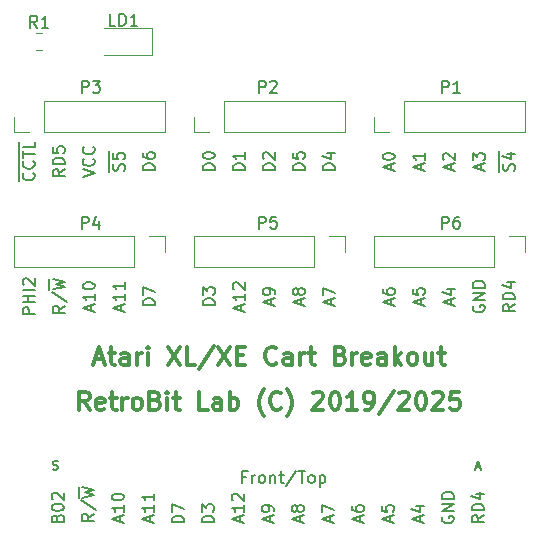
<source format=gto>
%TF.GenerationSoftware,KiCad,Pcbnew,9.0.5*%
%TF.CreationDate,2025-10-10T12:12:08+02:00*%
%TF.ProjectId,CART-Breakout,43415254-2d42-4726-9561-6b6f75742e6b,rev?*%
%TF.SameCoordinates,Original*%
%TF.FileFunction,Legend,Top*%
%TF.FilePolarity,Positive*%
%FSLAX46Y46*%
G04 Gerber Fmt 4.6, Leading zero omitted, Abs format (unit mm)*
G04 Created by KiCad (PCBNEW 9.0.5) date 2025-10-10 12:12:08*
%MOMM*%
%LPD*%
G01*
G04 APERTURE LIST*
%ADD10C,0.200000*%
%ADD11C,0.300000*%
%ADD12C,0.150000*%
%ADD13C,0.120000*%
G04 APERTURE END LIST*
D10*
X156376504Y-93424285D02*
X156376504Y-92948095D01*
X156662219Y-93519523D02*
X155662219Y-93186190D01*
X155662219Y-93186190D02*
X156662219Y-92852857D01*
X155662219Y-92614761D02*
X155662219Y-91948095D01*
X155662219Y-91948095D02*
X156662219Y-92376666D01*
X141422219Y-82018094D02*
X140422219Y-82018094D01*
X140422219Y-82018094D02*
X140422219Y-81779999D01*
X140422219Y-81779999D02*
X140469838Y-81637142D01*
X140469838Y-81637142D02*
X140565076Y-81541904D01*
X140565076Y-81541904D02*
X140660314Y-81494285D01*
X140660314Y-81494285D02*
X140850790Y-81446666D01*
X140850790Y-81446666D02*
X140993647Y-81446666D01*
X140993647Y-81446666D02*
X141184123Y-81494285D01*
X141184123Y-81494285D02*
X141279361Y-81541904D01*
X141279361Y-81541904D02*
X141374600Y-81637142D01*
X141374600Y-81637142D02*
X141422219Y-81779999D01*
X141422219Y-81779999D02*
X141422219Y-82018094D01*
X140422219Y-80589523D02*
X140422219Y-80779999D01*
X140422219Y-80779999D02*
X140469838Y-80875237D01*
X140469838Y-80875237D02*
X140517457Y-80922856D01*
X140517457Y-80922856D02*
X140660314Y-81018094D01*
X140660314Y-81018094D02*
X140850790Y-81065713D01*
X140850790Y-81065713D02*
X141231742Y-81065713D01*
X141231742Y-81065713D02*
X141326980Y-81018094D01*
X141326980Y-81018094D02*
X141374600Y-80970475D01*
X141374600Y-80970475D02*
X141422219Y-80875237D01*
X141422219Y-80875237D02*
X141422219Y-80684761D01*
X141422219Y-80684761D02*
X141374600Y-80589523D01*
X141374600Y-80589523D02*
X141326980Y-80541904D01*
X141326980Y-80541904D02*
X141231742Y-80494285D01*
X141231742Y-80494285D02*
X140993647Y-80494285D01*
X140993647Y-80494285D02*
X140898409Y-80541904D01*
X140898409Y-80541904D02*
X140850790Y-80589523D01*
X140850790Y-80589523D02*
X140803171Y-80684761D01*
X140803171Y-80684761D02*
X140803171Y-80875237D01*
X140803171Y-80875237D02*
X140850790Y-80970475D01*
X140850790Y-80970475D02*
X140898409Y-81018094D01*
X140898409Y-81018094D02*
X140993647Y-81065713D01*
X135342219Y-82613332D02*
X136342219Y-82279999D01*
X136342219Y-82279999D02*
X135342219Y-81946666D01*
X136246980Y-81041904D02*
X136294600Y-81089523D01*
X136294600Y-81089523D02*
X136342219Y-81232380D01*
X136342219Y-81232380D02*
X136342219Y-81327618D01*
X136342219Y-81327618D02*
X136294600Y-81470475D01*
X136294600Y-81470475D02*
X136199361Y-81565713D01*
X136199361Y-81565713D02*
X136104123Y-81613332D01*
X136104123Y-81613332D02*
X135913647Y-81660951D01*
X135913647Y-81660951D02*
X135770790Y-81660951D01*
X135770790Y-81660951D02*
X135580314Y-81613332D01*
X135580314Y-81613332D02*
X135485076Y-81565713D01*
X135485076Y-81565713D02*
X135389838Y-81470475D01*
X135389838Y-81470475D02*
X135342219Y-81327618D01*
X135342219Y-81327618D02*
X135342219Y-81232380D01*
X135342219Y-81232380D02*
X135389838Y-81089523D01*
X135389838Y-81089523D02*
X135437457Y-81041904D01*
X136246980Y-80041904D02*
X136294600Y-80089523D01*
X136294600Y-80089523D02*
X136342219Y-80232380D01*
X136342219Y-80232380D02*
X136342219Y-80327618D01*
X136342219Y-80327618D02*
X136294600Y-80470475D01*
X136294600Y-80470475D02*
X136199361Y-80565713D01*
X136199361Y-80565713D02*
X136104123Y-80613332D01*
X136104123Y-80613332D02*
X135913647Y-80660951D01*
X135913647Y-80660951D02*
X135770790Y-80660951D01*
X135770790Y-80660951D02*
X135580314Y-80613332D01*
X135580314Y-80613332D02*
X135485076Y-80565713D01*
X135485076Y-80565713D02*
X135389838Y-80470475D01*
X135389838Y-80470475D02*
X135342219Y-80327618D01*
X135342219Y-80327618D02*
X135342219Y-80232380D01*
X135342219Y-80232380D02*
X135389838Y-80089523D01*
X135389838Y-80089523D02*
X135437457Y-80041904D01*
X153836504Y-93424285D02*
X153836504Y-92948095D01*
X154122219Y-93519523D02*
X153122219Y-93186190D01*
X153122219Y-93186190D02*
X154122219Y-92852857D01*
X153550790Y-92376666D02*
X153503171Y-92471904D01*
X153503171Y-92471904D02*
X153455552Y-92519523D01*
X153455552Y-92519523D02*
X153360314Y-92567142D01*
X153360314Y-92567142D02*
X153312695Y-92567142D01*
X153312695Y-92567142D02*
X153217457Y-92519523D01*
X153217457Y-92519523D02*
X153169838Y-92471904D01*
X153169838Y-92471904D02*
X153122219Y-92376666D01*
X153122219Y-92376666D02*
X153122219Y-92186190D01*
X153122219Y-92186190D02*
X153169838Y-92090952D01*
X153169838Y-92090952D02*
X153217457Y-92043333D01*
X153217457Y-92043333D02*
X153312695Y-91995714D01*
X153312695Y-91995714D02*
X153360314Y-91995714D01*
X153360314Y-91995714D02*
X153455552Y-92043333D01*
X153455552Y-92043333D02*
X153503171Y-92090952D01*
X153503171Y-92090952D02*
X153550790Y-92186190D01*
X153550790Y-92186190D02*
X153550790Y-92376666D01*
X153550790Y-92376666D02*
X153598409Y-92471904D01*
X153598409Y-92471904D02*
X153646028Y-92519523D01*
X153646028Y-92519523D02*
X153741266Y-92567142D01*
X153741266Y-92567142D02*
X153931742Y-92567142D01*
X153931742Y-92567142D02*
X154026980Y-92519523D01*
X154026980Y-92519523D02*
X154074600Y-92471904D01*
X154074600Y-92471904D02*
X154122219Y-92376666D01*
X154122219Y-92376666D02*
X154122219Y-92186190D01*
X154122219Y-92186190D02*
X154074600Y-92090952D01*
X154074600Y-92090952D02*
X154026980Y-92043333D01*
X154026980Y-92043333D02*
X153931742Y-91995714D01*
X153931742Y-91995714D02*
X153741266Y-91995714D01*
X153741266Y-91995714D02*
X153646028Y-92043333D01*
X153646028Y-92043333D02*
X153598409Y-92090952D01*
X153598409Y-92090952D02*
X153550790Y-92186190D01*
X138834600Y-82041904D02*
X138882219Y-81899047D01*
X138882219Y-81899047D02*
X138882219Y-81660952D01*
X138882219Y-81660952D02*
X138834600Y-81565714D01*
X138834600Y-81565714D02*
X138786980Y-81518095D01*
X138786980Y-81518095D02*
X138691742Y-81470476D01*
X138691742Y-81470476D02*
X138596504Y-81470476D01*
X138596504Y-81470476D02*
X138501266Y-81518095D01*
X138501266Y-81518095D02*
X138453647Y-81565714D01*
X138453647Y-81565714D02*
X138406028Y-81660952D01*
X138406028Y-81660952D02*
X138358409Y-81851428D01*
X138358409Y-81851428D02*
X138310790Y-81946666D01*
X138310790Y-81946666D02*
X138263171Y-81994285D01*
X138263171Y-81994285D02*
X138167933Y-82041904D01*
X138167933Y-82041904D02*
X138072695Y-82041904D01*
X138072695Y-82041904D02*
X137977457Y-81994285D01*
X137977457Y-81994285D02*
X137929838Y-81946666D01*
X137929838Y-81946666D02*
X137882219Y-81851428D01*
X137882219Y-81851428D02*
X137882219Y-81613333D01*
X137882219Y-81613333D02*
X137929838Y-81470476D01*
X137882219Y-80565714D02*
X137882219Y-81041904D01*
X137882219Y-81041904D02*
X138358409Y-81089523D01*
X138358409Y-81089523D02*
X138310790Y-81041904D01*
X138310790Y-81041904D02*
X138263171Y-80946666D01*
X138263171Y-80946666D02*
X138263171Y-80708571D01*
X138263171Y-80708571D02*
X138310790Y-80613333D01*
X138310790Y-80613333D02*
X138358409Y-80565714D01*
X138358409Y-80565714D02*
X138453647Y-80518095D01*
X138453647Y-80518095D02*
X138691742Y-80518095D01*
X138691742Y-80518095D02*
X138786980Y-80565714D01*
X138786980Y-80565714D02*
X138834600Y-80613333D01*
X138834600Y-80613333D02*
X138882219Y-80708571D01*
X138882219Y-80708571D02*
X138882219Y-80946666D01*
X138882219Y-80946666D02*
X138834600Y-81041904D01*
X138834600Y-81041904D02*
X138786980Y-81089523D01*
X137604600Y-82132381D02*
X137604600Y-80427619D01*
X146502219Y-82018094D02*
X145502219Y-82018094D01*
X145502219Y-82018094D02*
X145502219Y-81779999D01*
X145502219Y-81779999D02*
X145549838Y-81637142D01*
X145549838Y-81637142D02*
X145645076Y-81541904D01*
X145645076Y-81541904D02*
X145740314Y-81494285D01*
X145740314Y-81494285D02*
X145930790Y-81446666D01*
X145930790Y-81446666D02*
X146073647Y-81446666D01*
X146073647Y-81446666D02*
X146264123Y-81494285D01*
X146264123Y-81494285D02*
X146359361Y-81541904D01*
X146359361Y-81541904D02*
X146454600Y-81637142D01*
X146454600Y-81637142D02*
X146502219Y-81779999D01*
X146502219Y-81779999D02*
X146502219Y-82018094D01*
X145502219Y-80827618D02*
X145502219Y-80732380D01*
X145502219Y-80732380D02*
X145549838Y-80637142D01*
X145549838Y-80637142D02*
X145597457Y-80589523D01*
X145597457Y-80589523D02*
X145692695Y-80541904D01*
X145692695Y-80541904D02*
X145883171Y-80494285D01*
X145883171Y-80494285D02*
X146121266Y-80494285D01*
X146121266Y-80494285D02*
X146311742Y-80541904D01*
X146311742Y-80541904D02*
X146406980Y-80589523D01*
X146406980Y-80589523D02*
X146454600Y-80637142D01*
X146454600Y-80637142D02*
X146502219Y-80732380D01*
X146502219Y-80732380D02*
X146502219Y-80827618D01*
X146502219Y-80827618D02*
X146454600Y-80922856D01*
X146454600Y-80922856D02*
X146406980Y-80970475D01*
X146406980Y-80970475D02*
X146311742Y-81018094D01*
X146311742Y-81018094D02*
X146121266Y-81065713D01*
X146121266Y-81065713D02*
X145883171Y-81065713D01*
X145883171Y-81065713D02*
X145692695Y-81018094D01*
X145692695Y-81018094D02*
X145597457Y-80970475D01*
X145597457Y-80970475D02*
X145549838Y-80922856D01*
X145549838Y-80922856D02*
X145502219Y-80827618D01*
X156662219Y-82018094D02*
X155662219Y-82018094D01*
X155662219Y-82018094D02*
X155662219Y-81779999D01*
X155662219Y-81779999D02*
X155709838Y-81637142D01*
X155709838Y-81637142D02*
X155805076Y-81541904D01*
X155805076Y-81541904D02*
X155900314Y-81494285D01*
X155900314Y-81494285D02*
X156090790Y-81446666D01*
X156090790Y-81446666D02*
X156233647Y-81446666D01*
X156233647Y-81446666D02*
X156424123Y-81494285D01*
X156424123Y-81494285D02*
X156519361Y-81541904D01*
X156519361Y-81541904D02*
X156614600Y-81637142D01*
X156614600Y-81637142D02*
X156662219Y-81779999D01*
X156662219Y-81779999D02*
X156662219Y-82018094D01*
X155995552Y-80589523D02*
X156662219Y-80589523D01*
X155614600Y-80827618D02*
X156328885Y-81065713D01*
X156328885Y-81065713D02*
X156328885Y-80446666D01*
D11*
X136380000Y-98039757D02*
X137094286Y-98039757D01*
X136237143Y-98468328D02*
X136737143Y-96968328D01*
X136737143Y-96968328D02*
X137237143Y-98468328D01*
X137522857Y-97468328D02*
X138094285Y-97468328D01*
X137737142Y-96968328D02*
X137737142Y-98254042D01*
X137737142Y-98254042D02*
X137808571Y-98396900D01*
X137808571Y-98396900D02*
X137951428Y-98468328D01*
X137951428Y-98468328D02*
X138094285Y-98468328D01*
X139237143Y-98468328D02*
X139237143Y-97682614D01*
X139237143Y-97682614D02*
X139165714Y-97539757D01*
X139165714Y-97539757D02*
X139022857Y-97468328D01*
X139022857Y-97468328D02*
X138737143Y-97468328D01*
X138737143Y-97468328D02*
X138594285Y-97539757D01*
X139237143Y-98396900D02*
X139094285Y-98468328D01*
X139094285Y-98468328D02*
X138737143Y-98468328D01*
X138737143Y-98468328D02*
X138594285Y-98396900D01*
X138594285Y-98396900D02*
X138522857Y-98254042D01*
X138522857Y-98254042D02*
X138522857Y-98111185D01*
X138522857Y-98111185D02*
X138594285Y-97968328D01*
X138594285Y-97968328D02*
X138737143Y-97896900D01*
X138737143Y-97896900D02*
X139094285Y-97896900D01*
X139094285Y-97896900D02*
X139237143Y-97825471D01*
X139951428Y-98468328D02*
X139951428Y-97468328D01*
X139951428Y-97754042D02*
X140022857Y-97611185D01*
X140022857Y-97611185D02*
X140094286Y-97539757D01*
X140094286Y-97539757D02*
X140237143Y-97468328D01*
X140237143Y-97468328D02*
X140380000Y-97468328D01*
X140879999Y-98468328D02*
X140879999Y-97468328D01*
X140879999Y-96968328D02*
X140808571Y-97039757D01*
X140808571Y-97039757D02*
X140879999Y-97111185D01*
X140879999Y-97111185D02*
X140951428Y-97039757D01*
X140951428Y-97039757D02*
X140879999Y-96968328D01*
X140879999Y-96968328D02*
X140879999Y-97111185D01*
X142594285Y-96968328D02*
X143594285Y-98468328D01*
X143594285Y-96968328D02*
X142594285Y-98468328D01*
X144879999Y-98468328D02*
X144165713Y-98468328D01*
X144165713Y-98468328D02*
X144165713Y-96968328D01*
X146451428Y-96896900D02*
X145165714Y-98825471D01*
X146808571Y-96968328D02*
X147808571Y-98468328D01*
X147808571Y-96968328D02*
X146808571Y-98468328D01*
X148379999Y-97682614D02*
X148879999Y-97682614D01*
X149094285Y-98468328D02*
X148379999Y-98468328D01*
X148379999Y-98468328D02*
X148379999Y-96968328D01*
X148379999Y-96968328D02*
X149094285Y-96968328D01*
X151737142Y-98325471D02*
X151665714Y-98396900D01*
X151665714Y-98396900D02*
X151451428Y-98468328D01*
X151451428Y-98468328D02*
X151308571Y-98468328D01*
X151308571Y-98468328D02*
X151094285Y-98396900D01*
X151094285Y-98396900D02*
X150951428Y-98254042D01*
X150951428Y-98254042D02*
X150879999Y-98111185D01*
X150879999Y-98111185D02*
X150808571Y-97825471D01*
X150808571Y-97825471D02*
X150808571Y-97611185D01*
X150808571Y-97611185D02*
X150879999Y-97325471D01*
X150879999Y-97325471D02*
X150951428Y-97182614D01*
X150951428Y-97182614D02*
X151094285Y-97039757D01*
X151094285Y-97039757D02*
X151308571Y-96968328D01*
X151308571Y-96968328D02*
X151451428Y-96968328D01*
X151451428Y-96968328D02*
X151665714Y-97039757D01*
X151665714Y-97039757D02*
X151737142Y-97111185D01*
X153022857Y-98468328D02*
X153022857Y-97682614D01*
X153022857Y-97682614D02*
X152951428Y-97539757D01*
X152951428Y-97539757D02*
X152808571Y-97468328D01*
X152808571Y-97468328D02*
X152522857Y-97468328D01*
X152522857Y-97468328D02*
X152379999Y-97539757D01*
X153022857Y-98396900D02*
X152879999Y-98468328D01*
X152879999Y-98468328D02*
X152522857Y-98468328D01*
X152522857Y-98468328D02*
X152379999Y-98396900D01*
X152379999Y-98396900D02*
X152308571Y-98254042D01*
X152308571Y-98254042D02*
X152308571Y-98111185D01*
X152308571Y-98111185D02*
X152379999Y-97968328D01*
X152379999Y-97968328D02*
X152522857Y-97896900D01*
X152522857Y-97896900D02*
X152879999Y-97896900D01*
X152879999Y-97896900D02*
X153022857Y-97825471D01*
X153737142Y-98468328D02*
X153737142Y-97468328D01*
X153737142Y-97754042D02*
X153808571Y-97611185D01*
X153808571Y-97611185D02*
X153880000Y-97539757D01*
X153880000Y-97539757D02*
X154022857Y-97468328D01*
X154022857Y-97468328D02*
X154165714Y-97468328D01*
X154451428Y-97468328D02*
X155022856Y-97468328D01*
X154665713Y-96968328D02*
X154665713Y-98254042D01*
X154665713Y-98254042D02*
X154737142Y-98396900D01*
X154737142Y-98396900D02*
X154879999Y-98468328D01*
X154879999Y-98468328D02*
X155022856Y-98468328D01*
X157165713Y-97682614D02*
X157379999Y-97754042D01*
X157379999Y-97754042D02*
X157451428Y-97825471D01*
X157451428Y-97825471D02*
X157522856Y-97968328D01*
X157522856Y-97968328D02*
X157522856Y-98182614D01*
X157522856Y-98182614D02*
X157451428Y-98325471D01*
X157451428Y-98325471D02*
X157379999Y-98396900D01*
X157379999Y-98396900D02*
X157237142Y-98468328D01*
X157237142Y-98468328D02*
X156665713Y-98468328D01*
X156665713Y-98468328D02*
X156665713Y-96968328D01*
X156665713Y-96968328D02*
X157165713Y-96968328D01*
X157165713Y-96968328D02*
X157308571Y-97039757D01*
X157308571Y-97039757D02*
X157379999Y-97111185D01*
X157379999Y-97111185D02*
X157451428Y-97254042D01*
X157451428Y-97254042D02*
X157451428Y-97396900D01*
X157451428Y-97396900D02*
X157379999Y-97539757D01*
X157379999Y-97539757D02*
X157308571Y-97611185D01*
X157308571Y-97611185D02*
X157165713Y-97682614D01*
X157165713Y-97682614D02*
X156665713Y-97682614D01*
X158165713Y-98468328D02*
X158165713Y-97468328D01*
X158165713Y-97754042D02*
X158237142Y-97611185D01*
X158237142Y-97611185D02*
X158308571Y-97539757D01*
X158308571Y-97539757D02*
X158451428Y-97468328D01*
X158451428Y-97468328D02*
X158594285Y-97468328D01*
X159665713Y-98396900D02*
X159522856Y-98468328D01*
X159522856Y-98468328D02*
X159237142Y-98468328D01*
X159237142Y-98468328D02*
X159094284Y-98396900D01*
X159094284Y-98396900D02*
X159022856Y-98254042D01*
X159022856Y-98254042D02*
X159022856Y-97682614D01*
X159022856Y-97682614D02*
X159094284Y-97539757D01*
X159094284Y-97539757D02*
X159237142Y-97468328D01*
X159237142Y-97468328D02*
X159522856Y-97468328D01*
X159522856Y-97468328D02*
X159665713Y-97539757D01*
X159665713Y-97539757D02*
X159737142Y-97682614D01*
X159737142Y-97682614D02*
X159737142Y-97825471D01*
X159737142Y-97825471D02*
X159022856Y-97968328D01*
X161022856Y-98468328D02*
X161022856Y-97682614D01*
X161022856Y-97682614D02*
X160951427Y-97539757D01*
X160951427Y-97539757D02*
X160808570Y-97468328D01*
X160808570Y-97468328D02*
X160522856Y-97468328D01*
X160522856Y-97468328D02*
X160379998Y-97539757D01*
X161022856Y-98396900D02*
X160879998Y-98468328D01*
X160879998Y-98468328D02*
X160522856Y-98468328D01*
X160522856Y-98468328D02*
X160379998Y-98396900D01*
X160379998Y-98396900D02*
X160308570Y-98254042D01*
X160308570Y-98254042D02*
X160308570Y-98111185D01*
X160308570Y-98111185D02*
X160379998Y-97968328D01*
X160379998Y-97968328D02*
X160522856Y-97896900D01*
X160522856Y-97896900D02*
X160879998Y-97896900D01*
X160879998Y-97896900D02*
X161022856Y-97825471D01*
X161737141Y-98468328D02*
X161737141Y-96968328D01*
X161879999Y-97896900D02*
X162308570Y-98468328D01*
X162308570Y-97468328D02*
X161737141Y-98039757D01*
X163165713Y-98468328D02*
X163022856Y-98396900D01*
X163022856Y-98396900D02*
X162951427Y-98325471D01*
X162951427Y-98325471D02*
X162879999Y-98182614D01*
X162879999Y-98182614D02*
X162879999Y-97754042D01*
X162879999Y-97754042D02*
X162951427Y-97611185D01*
X162951427Y-97611185D02*
X163022856Y-97539757D01*
X163022856Y-97539757D02*
X163165713Y-97468328D01*
X163165713Y-97468328D02*
X163379999Y-97468328D01*
X163379999Y-97468328D02*
X163522856Y-97539757D01*
X163522856Y-97539757D02*
X163594285Y-97611185D01*
X163594285Y-97611185D02*
X163665713Y-97754042D01*
X163665713Y-97754042D02*
X163665713Y-98182614D01*
X163665713Y-98182614D02*
X163594285Y-98325471D01*
X163594285Y-98325471D02*
X163522856Y-98396900D01*
X163522856Y-98396900D02*
X163379999Y-98468328D01*
X163379999Y-98468328D02*
X163165713Y-98468328D01*
X164951428Y-97468328D02*
X164951428Y-98468328D01*
X164308570Y-97468328D02*
X164308570Y-98254042D01*
X164308570Y-98254042D02*
X164379999Y-98396900D01*
X164379999Y-98396900D02*
X164522856Y-98468328D01*
X164522856Y-98468328D02*
X164737142Y-98468328D01*
X164737142Y-98468328D02*
X164879999Y-98396900D01*
X164879999Y-98396900D02*
X164951428Y-98325471D01*
X165451428Y-97468328D02*
X166022856Y-97468328D01*
X165665713Y-96968328D02*
X165665713Y-98254042D01*
X165665713Y-98254042D02*
X165737142Y-98396900D01*
X165737142Y-98396900D02*
X165879999Y-98468328D01*
X165879999Y-98468328D02*
X166022856Y-98468328D01*
D10*
X171902219Y-93376666D02*
X171426028Y-93709999D01*
X171902219Y-93948094D02*
X170902219Y-93948094D01*
X170902219Y-93948094D02*
X170902219Y-93567142D01*
X170902219Y-93567142D02*
X170949838Y-93471904D01*
X170949838Y-93471904D02*
X170997457Y-93424285D01*
X170997457Y-93424285D02*
X171092695Y-93376666D01*
X171092695Y-93376666D02*
X171235552Y-93376666D01*
X171235552Y-93376666D02*
X171330790Y-93424285D01*
X171330790Y-93424285D02*
X171378409Y-93471904D01*
X171378409Y-93471904D02*
X171426028Y-93567142D01*
X171426028Y-93567142D02*
X171426028Y-93948094D01*
X171902219Y-92948094D02*
X170902219Y-92948094D01*
X170902219Y-92948094D02*
X170902219Y-92709999D01*
X170902219Y-92709999D02*
X170949838Y-92567142D01*
X170949838Y-92567142D02*
X171045076Y-92471904D01*
X171045076Y-92471904D02*
X171140314Y-92424285D01*
X171140314Y-92424285D02*
X171330790Y-92376666D01*
X171330790Y-92376666D02*
X171473647Y-92376666D01*
X171473647Y-92376666D02*
X171664123Y-92424285D01*
X171664123Y-92424285D02*
X171759361Y-92471904D01*
X171759361Y-92471904D02*
X171854600Y-92567142D01*
X171854600Y-92567142D02*
X171902219Y-92709999D01*
X171902219Y-92709999D02*
X171902219Y-92948094D01*
X171235552Y-91519523D02*
X171902219Y-91519523D01*
X170854600Y-91757618D02*
X171568885Y-91995713D01*
X171568885Y-91995713D02*
X171568885Y-91376666D01*
D11*
X135915715Y-102278328D02*
X135415715Y-101564042D01*
X135058572Y-102278328D02*
X135058572Y-100778328D01*
X135058572Y-100778328D02*
X135630001Y-100778328D01*
X135630001Y-100778328D02*
X135772858Y-100849757D01*
X135772858Y-100849757D02*
X135844287Y-100921185D01*
X135844287Y-100921185D02*
X135915715Y-101064042D01*
X135915715Y-101064042D02*
X135915715Y-101278328D01*
X135915715Y-101278328D02*
X135844287Y-101421185D01*
X135844287Y-101421185D02*
X135772858Y-101492614D01*
X135772858Y-101492614D02*
X135630001Y-101564042D01*
X135630001Y-101564042D02*
X135058572Y-101564042D01*
X137130001Y-102206900D02*
X136987144Y-102278328D01*
X136987144Y-102278328D02*
X136701430Y-102278328D01*
X136701430Y-102278328D02*
X136558572Y-102206900D01*
X136558572Y-102206900D02*
X136487144Y-102064042D01*
X136487144Y-102064042D02*
X136487144Y-101492614D01*
X136487144Y-101492614D02*
X136558572Y-101349757D01*
X136558572Y-101349757D02*
X136701430Y-101278328D01*
X136701430Y-101278328D02*
X136987144Y-101278328D01*
X136987144Y-101278328D02*
X137130001Y-101349757D01*
X137130001Y-101349757D02*
X137201430Y-101492614D01*
X137201430Y-101492614D02*
X137201430Y-101635471D01*
X137201430Y-101635471D02*
X136487144Y-101778328D01*
X137630001Y-101278328D02*
X138201429Y-101278328D01*
X137844286Y-100778328D02*
X137844286Y-102064042D01*
X137844286Y-102064042D02*
X137915715Y-102206900D01*
X137915715Y-102206900D02*
X138058572Y-102278328D01*
X138058572Y-102278328D02*
X138201429Y-102278328D01*
X138701429Y-102278328D02*
X138701429Y-101278328D01*
X138701429Y-101564042D02*
X138772858Y-101421185D01*
X138772858Y-101421185D02*
X138844287Y-101349757D01*
X138844287Y-101349757D02*
X138987144Y-101278328D01*
X138987144Y-101278328D02*
X139130001Y-101278328D01*
X139844286Y-102278328D02*
X139701429Y-102206900D01*
X139701429Y-102206900D02*
X139630000Y-102135471D01*
X139630000Y-102135471D02*
X139558572Y-101992614D01*
X139558572Y-101992614D02*
X139558572Y-101564042D01*
X139558572Y-101564042D02*
X139630000Y-101421185D01*
X139630000Y-101421185D02*
X139701429Y-101349757D01*
X139701429Y-101349757D02*
X139844286Y-101278328D01*
X139844286Y-101278328D02*
X140058572Y-101278328D01*
X140058572Y-101278328D02*
X140201429Y-101349757D01*
X140201429Y-101349757D02*
X140272858Y-101421185D01*
X140272858Y-101421185D02*
X140344286Y-101564042D01*
X140344286Y-101564042D02*
X140344286Y-101992614D01*
X140344286Y-101992614D02*
X140272858Y-102135471D01*
X140272858Y-102135471D02*
X140201429Y-102206900D01*
X140201429Y-102206900D02*
X140058572Y-102278328D01*
X140058572Y-102278328D02*
X139844286Y-102278328D01*
X141487143Y-101492614D02*
X141701429Y-101564042D01*
X141701429Y-101564042D02*
X141772858Y-101635471D01*
X141772858Y-101635471D02*
X141844286Y-101778328D01*
X141844286Y-101778328D02*
X141844286Y-101992614D01*
X141844286Y-101992614D02*
X141772858Y-102135471D01*
X141772858Y-102135471D02*
X141701429Y-102206900D01*
X141701429Y-102206900D02*
X141558572Y-102278328D01*
X141558572Y-102278328D02*
X140987143Y-102278328D01*
X140987143Y-102278328D02*
X140987143Y-100778328D01*
X140987143Y-100778328D02*
X141487143Y-100778328D01*
X141487143Y-100778328D02*
X141630001Y-100849757D01*
X141630001Y-100849757D02*
X141701429Y-100921185D01*
X141701429Y-100921185D02*
X141772858Y-101064042D01*
X141772858Y-101064042D02*
X141772858Y-101206900D01*
X141772858Y-101206900D02*
X141701429Y-101349757D01*
X141701429Y-101349757D02*
X141630001Y-101421185D01*
X141630001Y-101421185D02*
X141487143Y-101492614D01*
X141487143Y-101492614D02*
X140987143Y-101492614D01*
X142487143Y-102278328D02*
X142487143Y-101278328D01*
X142487143Y-100778328D02*
X142415715Y-100849757D01*
X142415715Y-100849757D02*
X142487143Y-100921185D01*
X142487143Y-100921185D02*
X142558572Y-100849757D01*
X142558572Y-100849757D02*
X142487143Y-100778328D01*
X142487143Y-100778328D02*
X142487143Y-100921185D01*
X142987144Y-101278328D02*
X143558572Y-101278328D01*
X143201429Y-100778328D02*
X143201429Y-102064042D01*
X143201429Y-102064042D02*
X143272858Y-102206900D01*
X143272858Y-102206900D02*
X143415715Y-102278328D01*
X143415715Y-102278328D02*
X143558572Y-102278328D01*
X145915715Y-102278328D02*
X145201429Y-102278328D01*
X145201429Y-102278328D02*
X145201429Y-100778328D01*
X147058573Y-102278328D02*
X147058573Y-101492614D01*
X147058573Y-101492614D02*
X146987144Y-101349757D01*
X146987144Y-101349757D02*
X146844287Y-101278328D01*
X146844287Y-101278328D02*
X146558573Y-101278328D01*
X146558573Y-101278328D02*
X146415715Y-101349757D01*
X147058573Y-102206900D02*
X146915715Y-102278328D01*
X146915715Y-102278328D02*
X146558573Y-102278328D01*
X146558573Y-102278328D02*
X146415715Y-102206900D01*
X146415715Y-102206900D02*
X146344287Y-102064042D01*
X146344287Y-102064042D02*
X146344287Y-101921185D01*
X146344287Y-101921185D02*
X146415715Y-101778328D01*
X146415715Y-101778328D02*
X146558573Y-101706900D01*
X146558573Y-101706900D02*
X146915715Y-101706900D01*
X146915715Y-101706900D02*
X147058573Y-101635471D01*
X147772858Y-102278328D02*
X147772858Y-100778328D01*
X147772858Y-101349757D02*
X147915716Y-101278328D01*
X147915716Y-101278328D02*
X148201430Y-101278328D01*
X148201430Y-101278328D02*
X148344287Y-101349757D01*
X148344287Y-101349757D02*
X148415716Y-101421185D01*
X148415716Y-101421185D02*
X148487144Y-101564042D01*
X148487144Y-101564042D02*
X148487144Y-101992614D01*
X148487144Y-101992614D02*
X148415716Y-102135471D01*
X148415716Y-102135471D02*
X148344287Y-102206900D01*
X148344287Y-102206900D02*
X148201430Y-102278328D01*
X148201430Y-102278328D02*
X147915716Y-102278328D01*
X147915716Y-102278328D02*
X147772858Y-102206900D01*
X150701430Y-102849757D02*
X150630001Y-102778328D01*
X150630001Y-102778328D02*
X150487144Y-102564042D01*
X150487144Y-102564042D02*
X150415716Y-102421185D01*
X150415716Y-102421185D02*
X150344287Y-102206900D01*
X150344287Y-102206900D02*
X150272858Y-101849757D01*
X150272858Y-101849757D02*
X150272858Y-101564042D01*
X150272858Y-101564042D02*
X150344287Y-101206900D01*
X150344287Y-101206900D02*
X150415716Y-100992614D01*
X150415716Y-100992614D02*
X150487144Y-100849757D01*
X150487144Y-100849757D02*
X150630001Y-100635471D01*
X150630001Y-100635471D02*
X150701430Y-100564042D01*
X152130001Y-102135471D02*
X152058573Y-102206900D01*
X152058573Y-102206900D02*
X151844287Y-102278328D01*
X151844287Y-102278328D02*
X151701430Y-102278328D01*
X151701430Y-102278328D02*
X151487144Y-102206900D01*
X151487144Y-102206900D02*
X151344287Y-102064042D01*
X151344287Y-102064042D02*
X151272858Y-101921185D01*
X151272858Y-101921185D02*
X151201430Y-101635471D01*
X151201430Y-101635471D02*
X151201430Y-101421185D01*
X151201430Y-101421185D02*
X151272858Y-101135471D01*
X151272858Y-101135471D02*
X151344287Y-100992614D01*
X151344287Y-100992614D02*
X151487144Y-100849757D01*
X151487144Y-100849757D02*
X151701430Y-100778328D01*
X151701430Y-100778328D02*
X151844287Y-100778328D01*
X151844287Y-100778328D02*
X152058573Y-100849757D01*
X152058573Y-100849757D02*
X152130001Y-100921185D01*
X152630001Y-102849757D02*
X152701430Y-102778328D01*
X152701430Y-102778328D02*
X152844287Y-102564042D01*
X152844287Y-102564042D02*
X152915716Y-102421185D01*
X152915716Y-102421185D02*
X152987144Y-102206900D01*
X152987144Y-102206900D02*
X153058573Y-101849757D01*
X153058573Y-101849757D02*
X153058573Y-101564042D01*
X153058573Y-101564042D02*
X152987144Y-101206900D01*
X152987144Y-101206900D02*
X152915716Y-100992614D01*
X152915716Y-100992614D02*
X152844287Y-100849757D01*
X152844287Y-100849757D02*
X152701430Y-100635471D01*
X152701430Y-100635471D02*
X152630001Y-100564042D01*
X154844287Y-100921185D02*
X154915715Y-100849757D01*
X154915715Y-100849757D02*
X155058573Y-100778328D01*
X155058573Y-100778328D02*
X155415715Y-100778328D01*
X155415715Y-100778328D02*
X155558573Y-100849757D01*
X155558573Y-100849757D02*
X155630001Y-100921185D01*
X155630001Y-100921185D02*
X155701430Y-101064042D01*
X155701430Y-101064042D02*
X155701430Y-101206900D01*
X155701430Y-101206900D02*
X155630001Y-101421185D01*
X155630001Y-101421185D02*
X154772858Y-102278328D01*
X154772858Y-102278328D02*
X155701430Y-102278328D01*
X156630001Y-100778328D02*
X156772858Y-100778328D01*
X156772858Y-100778328D02*
X156915715Y-100849757D01*
X156915715Y-100849757D02*
X156987144Y-100921185D01*
X156987144Y-100921185D02*
X157058572Y-101064042D01*
X157058572Y-101064042D02*
X157130001Y-101349757D01*
X157130001Y-101349757D02*
X157130001Y-101706900D01*
X157130001Y-101706900D02*
X157058572Y-101992614D01*
X157058572Y-101992614D02*
X156987144Y-102135471D01*
X156987144Y-102135471D02*
X156915715Y-102206900D01*
X156915715Y-102206900D02*
X156772858Y-102278328D01*
X156772858Y-102278328D02*
X156630001Y-102278328D01*
X156630001Y-102278328D02*
X156487144Y-102206900D01*
X156487144Y-102206900D02*
X156415715Y-102135471D01*
X156415715Y-102135471D02*
X156344286Y-101992614D01*
X156344286Y-101992614D02*
X156272858Y-101706900D01*
X156272858Y-101706900D02*
X156272858Y-101349757D01*
X156272858Y-101349757D02*
X156344286Y-101064042D01*
X156344286Y-101064042D02*
X156415715Y-100921185D01*
X156415715Y-100921185D02*
X156487144Y-100849757D01*
X156487144Y-100849757D02*
X156630001Y-100778328D01*
X158558572Y-102278328D02*
X157701429Y-102278328D01*
X158130000Y-102278328D02*
X158130000Y-100778328D01*
X158130000Y-100778328D02*
X157987143Y-100992614D01*
X157987143Y-100992614D02*
X157844286Y-101135471D01*
X157844286Y-101135471D02*
X157701429Y-101206900D01*
X159272857Y-102278328D02*
X159558571Y-102278328D01*
X159558571Y-102278328D02*
X159701428Y-102206900D01*
X159701428Y-102206900D02*
X159772857Y-102135471D01*
X159772857Y-102135471D02*
X159915714Y-101921185D01*
X159915714Y-101921185D02*
X159987143Y-101635471D01*
X159987143Y-101635471D02*
X159987143Y-101064042D01*
X159987143Y-101064042D02*
X159915714Y-100921185D01*
X159915714Y-100921185D02*
X159844286Y-100849757D01*
X159844286Y-100849757D02*
X159701428Y-100778328D01*
X159701428Y-100778328D02*
X159415714Y-100778328D01*
X159415714Y-100778328D02*
X159272857Y-100849757D01*
X159272857Y-100849757D02*
X159201428Y-100921185D01*
X159201428Y-100921185D02*
X159130000Y-101064042D01*
X159130000Y-101064042D02*
X159130000Y-101421185D01*
X159130000Y-101421185D02*
X159201428Y-101564042D01*
X159201428Y-101564042D02*
X159272857Y-101635471D01*
X159272857Y-101635471D02*
X159415714Y-101706900D01*
X159415714Y-101706900D02*
X159701428Y-101706900D01*
X159701428Y-101706900D02*
X159844286Y-101635471D01*
X159844286Y-101635471D02*
X159915714Y-101564042D01*
X159915714Y-101564042D02*
X159987143Y-101421185D01*
X161701428Y-100706900D02*
X160415714Y-102635471D01*
X162130000Y-100921185D02*
X162201428Y-100849757D01*
X162201428Y-100849757D02*
X162344286Y-100778328D01*
X162344286Y-100778328D02*
X162701428Y-100778328D01*
X162701428Y-100778328D02*
X162844286Y-100849757D01*
X162844286Y-100849757D02*
X162915714Y-100921185D01*
X162915714Y-100921185D02*
X162987143Y-101064042D01*
X162987143Y-101064042D02*
X162987143Y-101206900D01*
X162987143Y-101206900D02*
X162915714Y-101421185D01*
X162915714Y-101421185D02*
X162058571Y-102278328D01*
X162058571Y-102278328D02*
X162987143Y-102278328D01*
X163915714Y-100778328D02*
X164058571Y-100778328D01*
X164058571Y-100778328D02*
X164201428Y-100849757D01*
X164201428Y-100849757D02*
X164272857Y-100921185D01*
X164272857Y-100921185D02*
X164344285Y-101064042D01*
X164344285Y-101064042D02*
X164415714Y-101349757D01*
X164415714Y-101349757D02*
X164415714Y-101706900D01*
X164415714Y-101706900D02*
X164344285Y-101992614D01*
X164344285Y-101992614D02*
X164272857Y-102135471D01*
X164272857Y-102135471D02*
X164201428Y-102206900D01*
X164201428Y-102206900D02*
X164058571Y-102278328D01*
X164058571Y-102278328D02*
X163915714Y-102278328D01*
X163915714Y-102278328D02*
X163772857Y-102206900D01*
X163772857Y-102206900D02*
X163701428Y-102135471D01*
X163701428Y-102135471D02*
X163629999Y-101992614D01*
X163629999Y-101992614D02*
X163558571Y-101706900D01*
X163558571Y-101706900D02*
X163558571Y-101349757D01*
X163558571Y-101349757D02*
X163629999Y-101064042D01*
X163629999Y-101064042D02*
X163701428Y-100921185D01*
X163701428Y-100921185D02*
X163772857Y-100849757D01*
X163772857Y-100849757D02*
X163915714Y-100778328D01*
X164987142Y-100921185D02*
X165058570Y-100849757D01*
X165058570Y-100849757D02*
X165201428Y-100778328D01*
X165201428Y-100778328D02*
X165558570Y-100778328D01*
X165558570Y-100778328D02*
X165701428Y-100849757D01*
X165701428Y-100849757D02*
X165772856Y-100921185D01*
X165772856Y-100921185D02*
X165844285Y-101064042D01*
X165844285Y-101064042D02*
X165844285Y-101206900D01*
X165844285Y-101206900D02*
X165772856Y-101421185D01*
X165772856Y-101421185D02*
X164915713Y-102278328D01*
X164915713Y-102278328D02*
X165844285Y-102278328D01*
X167201427Y-100778328D02*
X166487141Y-100778328D01*
X166487141Y-100778328D02*
X166415713Y-101492614D01*
X166415713Y-101492614D02*
X166487141Y-101421185D01*
X166487141Y-101421185D02*
X166629999Y-101349757D01*
X166629999Y-101349757D02*
X166987141Y-101349757D01*
X166987141Y-101349757D02*
X167129999Y-101421185D01*
X167129999Y-101421185D02*
X167201427Y-101492614D01*
X167201427Y-101492614D02*
X167272856Y-101635471D01*
X167272856Y-101635471D02*
X167272856Y-101992614D01*
X167272856Y-101992614D02*
X167201427Y-102135471D01*
X167201427Y-102135471D02*
X167129999Y-102206900D01*
X167129999Y-102206900D02*
X166987141Y-102278328D01*
X166987141Y-102278328D02*
X166629999Y-102278328D01*
X166629999Y-102278328D02*
X166487141Y-102206900D01*
X166487141Y-102206900D02*
X166415713Y-102135471D01*
D10*
X169076504Y-81994285D02*
X169076504Y-81518095D01*
X169362219Y-82089523D02*
X168362219Y-81756190D01*
X168362219Y-81756190D02*
X169362219Y-81422857D01*
X168362219Y-81184761D02*
X168362219Y-80565714D01*
X168362219Y-80565714D02*
X168743171Y-80899047D01*
X168743171Y-80899047D02*
X168743171Y-80756190D01*
X168743171Y-80756190D02*
X168790790Y-80660952D01*
X168790790Y-80660952D02*
X168838409Y-80613333D01*
X168838409Y-80613333D02*
X168933647Y-80565714D01*
X168933647Y-80565714D02*
X169171742Y-80565714D01*
X169171742Y-80565714D02*
X169266980Y-80613333D01*
X169266980Y-80613333D02*
X169314600Y-80660952D01*
X169314600Y-80660952D02*
X169362219Y-80756190D01*
X169362219Y-80756190D02*
X169362219Y-81041904D01*
X169362219Y-81041904D02*
X169314600Y-81137142D01*
X169314600Y-81137142D02*
X169266980Y-81184761D01*
X163996504Y-93424285D02*
X163996504Y-92948095D01*
X164282219Y-93519523D02*
X163282219Y-93186190D01*
X163282219Y-93186190D02*
X164282219Y-92852857D01*
X163282219Y-92043333D02*
X163282219Y-92519523D01*
X163282219Y-92519523D02*
X163758409Y-92567142D01*
X163758409Y-92567142D02*
X163710790Y-92519523D01*
X163710790Y-92519523D02*
X163663171Y-92424285D01*
X163663171Y-92424285D02*
X163663171Y-92186190D01*
X163663171Y-92186190D02*
X163710790Y-92090952D01*
X163710790Y-92090952D02*
X163758409Y-92043333D01*
X163758409Y-92043333D02*
X163853647Y-91995714D01*
X163853647Y-91995714D02*
X164091742Y-91995714D01*
X164091742Y-91995714D02*
X164186980Y-92043333D01*
X164186980Y-92043333D02*
X164234600Y-92090952D01*
X164234600Y-92090952D02*
X164282219Y-92186190D01*
X164282219Y-92186190D02*
X164282219Y-92424285D01*
X164282219Y-92424285D02*
X164234600Y-92519523D01*
X164234600Y-92519523D02*
X164186980Y-92567142D01*
X138596504Y-93900475D02*
X138596504Y-93424285D01*
X138882219Y-93995713D02*
X137882219Y-93662380D01*
X137882219Y-93662380D02*
X138882219Y-93329047D01*
X138882219Y-92471904D02*
X138882219Y-93043332D01*
X138882219Y-92757618D02*
X137882219Y-92757618D01*
X137882219Y-92757618D02*
X138025076Y-92852856D01*
X138025076Y-92852856D02*
X138120314Y-92948094D01*
X138120314Y-92948094D02*
X138167933Y-93043332D01*
X138882219Y-91519523D02*
X138882219Y-92090951D01*
X138882219Y-91805237D02*
X137882219Y-91805237D01*
X137882219Y-91805237D02*
X138025076Y-91900475D01*
X138025076Y-91900475D02*
X138120314Y-91995713D01*
X138120314Y-91995713D02*
X138167933Y-92090951D01*
X166536504Y-81994285D02*
X166536504Y-81518095D01*
X166822219Y-82089523D02*
X165822219Y-81756190D01*
X165822219Y-81756190D02*
X166822219Y-81422857D01*
X165917457Y-81137142D02*
X165869838Y-81089523D01*
X165869838Y-81089523D02*
X165822219Y-80994285D01*
X165822219Y-80994285D02*
X165822219Y-80756190D01*
X165822219Y-80756190D02*
X165869838Y-80660952D01*
X165869838Y-80660952D02*
X165917457Y-80613333D01*
X165917457Y-80613333D02*
X166012695Y-80565714D01*
X166012695Y-80565714D02*
X166107933Y-80565714D01*
X166107933Y-80565714D02*
X166250790Y-80613333D01*
X166250790Y-80613333D02*
X166822219Y-81184761D01*
X166822219Y-81184761D02*
X166822219Y-80565714D01*
X168409838Y-93471904D02*
X168362219Y-93567142D01*
X168362219Y-93567142D02*
X168362219Y-93709999D01*
X168362219Y-93709999D02*
X168409838Y-93852856D01*
X168409838Y-93852856D02*
X168505076Y-93948094D01*
X168505076Y-93948094D02*
X168600314Y-93995713D01*
X168600314Y-93995713D02*
X168790790Y-94043332D01*
X168790790Y-94043332D02*
X168933647Y-94043332D01*
X168933647Y-94043332D02*
X169124123Y-93995713D01*
X169124123Y-93995713D02*
X169219361Y-93948094D01*
X169219361Y-93948094D02*
X169314600Y-93852856D01*
X169314600Y-93852856D02*
X169362219Y-93709999D01*
X169362219Y-93709999D02*
X169362219Y-93614761D01*
X169362219Y-93614761D02*
X169314600Y-93471904D01*
X169314600Y-93471904D02*
X169266980Y-93424285D01*
X169266980Y-93424285D02*
X168933647Y-93424285D01*
X168933647Y-93424285D02*
X168933647Y-93614761D01*
X169362219Y-92995713D02*
X168362219Y-92995713D01*
X168362219Y-92995713D02*
X169362219Y-92424285D01*
X169362219Y-92424285D02*
X168362219Y-92424285D01*
X169362219Y-91948094D02*
X168362219Y-91948094D01*
X168362219Y-91948094D02*
X168362219Y-91709999D01*
X168362219Y-91709999D02*
X168409838Y-91567142D01*
X168409838Y-91567142D02*
X168505076Y-91471904D01*
X168505076Y-91471904D02*
X168600314Y-91424285D01*
X168600314Y-91424285D02*
X168790790Y-91376666D01*
X168790790Y-91376666D02*
X168933647Y-91376666D01*
X168933647Y-91376666D02*
X169124123Y-91424285D01*
X169124123Y-91424285D02*
X169219361Y-91471904D01*
X169219361Y-91471904D02*
X169314600Y-91567142D01*
X169314600Y-91567142D02*
X169362219Y-91709999D01*
X169362219Y-91709999D02*
X169362219Y-91948094D01*
X136056504Y-93900475D02*
X136056504Y-93424285D01*
X136342219Y-93995713D02*
X135342219Y-93662380D01*
X135342219Y-93662380D02*
X136342219Y-93329047D01*
X136342219Y-92471904D02*
X136342219Y-93043332D01*
X136342219Y-92757618D02*
X135342219Y-92757618D01*
X135342219Y-92757618D02*
X135485076Y-92852856D01*
X135485076Y-92852856D02*
X135580314Y-92948094D01*
X135580314Y-92948094D02*
X135627933Y-93043332D01*
X135342219Y-91852856D02*
X135342219Y-91757618D01*
X135342219Y-91757618D02*
X135389838Y-91662380D01*
X135389838Y-91662380D02*
X135437457Y-91614761D01*
X135437457Y-91614761D02*
X135532695Y-91567142D01*
X135532695Y-91567142D02*
X135723171Y-91519523D01*
X135723171Y-91519523D02*
X135961266Y-91519523D01*
X135961266Y-91519523D02*
X136151742Y-91567142D01*
X136151742Y-91567142D02*
X136246980Y-91614761D01*
X136246980Y-91614761D02*
X136294600Y-91662380D01*
X136294600Y-91662380D02*
X136342219Y-91757618D01*
X136342219Y-91757618D02*
X136342219Y-91852856D01*
X136342219Y-91852856D02*
X136294600Y-91948094D01*
X136294600Y-91948094D02*
X136246980Y-91995713D01*
X136246980Y-91995713D02*
X136151742Y-92043332D01*
X136151742Y-92043332D02*
X135961266Y-92090951D01*
X135961266Y-92090951D02*
X135723171Y-92090951D01*
X135723171Y-92090951D02*
X135532695Y-92043332D01*
X135532695Y-92043332D02*
X135437457Y-91995713D01*
X135437457Y-91995713D02*
X135389838Y-91948094D01*
X135389838Y-91948094D02*
X135342219Y-91852856D01*
X133802219Y-93495714D02*
X133326028Y-93829047D01*
X133802219Y-94067142D02*
X132802219Y-94067142D01*
X132802219Y-94067142D02*
X132802219Y-93686190D01*
X132802219Y-93686190D02*
X132849838Y-93590952D01*
X132849838Y-93590952D02*
X132897457Y-93543333D01*
X132897457Y-93543333D02*
X132992695Y-93495714D01*
X132992695Y-93495714D02*
X133135552Y-93495714D01*
X133135552Y-93495714D02*
X133230790Y-93543333D01*
X133230790Y-93543333D02*
X133278409Y-93590952D01*
X133278409Y-93590952D02*
X133326028Y-93686190D01*
X133326028Y-93686190D02*
X133326028Y-94067142D01*
X132754600Y-92352857D02*
X134040314Y-93209999D01*
X132802219Y-92114761D02*
X133802219Y-91876666D01*
X133802219Y-91876666D02*
X133087933Y-91686190D01*
X133087933Y-91686190D02*
X133802219Y-91495714D01*
X133802219Y-91495714D02*
X132802219Y-91257619D01*
X132524600Y-92157619D02*
X132524600Y-91214762D01*
X171854600Y-82041904D02*
X171902219Y-81899047D01*
X171902219Y-81899047D02*
X171902219Y-81660952D01*
X171902219Y-81660952D02*
X171854600Y-81565714D01*
X171854600Y-81565714D02*
X171806980Y-81518095D01*
X171806980Y-81518095D02*
X171711742Y-81470476D01*
X171711742Y-81470476D02*
X171616504Y-81470476D01*
X171616504Y-81470476D02*
X171521266Y-81518095D01*
X171521266Y-81518095D02*
X171473647Y-81565714D01*
X171473647Y-81565714D02*
X171426028Y-81660952D01*
X171426028Y-81660952D02*
X171378409Y-81851428D01*
X171378409Y-81851428D02*
X171330790Y-81946666D01*
X171330790Y-81946666D02*
X171283171Y-81994285D01*
X171283171Y-81994285D02*
X171187933Y-82041904D01*
X171187933Y-82041904D02*
X171092695Y-82041904D01*
X171092695Y-82041904D02*
X170997457Y-81994285D01*
X170997457Y-81994285D02*
X170949838Y-81946666D01*
X170949838Y-81946666D02*
X170902219Y-81851428D01*
X170902219Y-81851428D02*
X170902219Y-81613333D01*
X170902219Y-81613333D02*
X170949838Y-81470476D01*
X171235552Y-80613333D02*
X171902219Y-80613333D01*
X170854600Y-80851428D02*
X171568885Y-81089523D01*
X171568885Y-81089523D02*
X171568885Y-80470476D01*
X170624600Y-82132381D02*
X170624600Y-80427619D01*
X141422219Y-93448094D02*
X140422219Y-93448094D01*
X140422219Y-93448094D02*
X140422219Y-93209999D01*
X140422219Y-93209999D02*
X140469838Y-93067142D01*
X140469838Y-93067142D02*
X140565076Y-92971904D01*
X140565076Y-92971904D02*
X140660314Y-92924285D01*
X140660314Y-92924285D02*
X140850790Y-92876666D01*
X140850790Y-92876666D02*
X140993647Y-92876666D01*
X140993647Y-92876666D02*
X141184123Y-92924285D01*
X141184123Y-92924285D02*
X141279361Y-92971904D01*
X141279361Y-92971904D02*
X141374600Y-93067142D01*
X141374600Y-93067142D02*
X141422219Y-93209999D01*
X141422219Y-93209999D02*
X141422219Y-93448094D01*
X140422219Y-92543332D02*
X140422219Y-91876666D01*
X140422219Y-91876666D02*
X141422219Y-92305237D01*
X151582219Y-82018094D02*
X150582219Y-82018094D01*
X150582219Y-82018094D02*
X150582219Y-81779999D01*
X150582219Y-81779999D02*
X150629838Y-81637142D01*
X150629838Y-81637142D02*
X150725076Y-81541904D01*
X150725076Y-81541904D02*
X150820314Y-81494285D01*
X150820314Y-81494285D02*
X151010790Y-81446666D01*
X151010790Y-81446666D02*
X151153647Y-81446666D01*
X151153647Y-81446666D02*
X151344123Y-81494285D01*
X151344123Y-81494285D02*
X151439361Y-81541904D01*
X151439361Y-81541904D02*
X151534600Y-81637142D01*
X151534600Y-81637142D02*
X151582219Y-81779999D01*
X151582219Y-81779999D02*
X151582219Y-82018094D01*
X150677457Y-81065713D02*
X150629838Y-81018094D01*
X150629838Y-81018094D02*
X150582219Y-80922856D01*
X150582219Y-80922856D02*
X150582219Y-80684761D01*
X150582219Y-80684761D02*
X150629838Y-80589523D01*
X150629838Y-80589523D02*
X150677457Y-80541904D01*
X150677457Y-80541904D02*
X150772695Y-80494285D01*
X150772695Y-80494285D02*
X150867933Y-80494285D01*
X150867933Y-80494285D02*
X151010790Y-80541904D01*
X151010790Y-80541904D02*
X151582219Y-81113332D01*
X151582219Y-81113332D02*
X151582219Y-80494285D01*
X163996504Y-81994285D02*
X163996504Y-81518095D01*
X164282219Y-82089523D02*
X163282219Y-81756190D01*
X163282219Y-81756190D02*
X164282219Y-81422857D01*
X164282219Y-80565714D02*
X164282219Y-81137142D01*
X164282219Y-80851428D02*
X163282219Y-80851428D01*
X163282219Y-80851428D02*
X163425076Y-80946666D01*
X163425076Y-80946666D02*
X163520314Y-81041904D01*
X163520314Y-81041904D02*
X163567933Y-81137142D01*
X151296504Y-93424285D02*
X151296504Y-92948095D01*
X151582219Y-93519523D02*
X150582219Y-93186190D01*
X150582219Y-93186190D02*
X151582219Y-92852857D01*
X151582219Y-92471904D02*
X151582219Y-92281428D01*
X151582219Y-92281428D02*
X151534600Y-92186190D01*
X151534600Y-92186190D02*
X151486980Y-92138571D01*
X151486980Y-92138571D02*
X151344123Y-92043333D01*
X151344123Y-92043333D02*
X151153647Y-91995714D01*
X151153647Y-91995714D02*
X150772695Y-91995714D01*
X150772695Y-91995714D02*
X150677457Y-92043333D01*
X150677457Y-92043333D02*
X150629838Y-92090952D01*
X150629838Y-92090952D02*
X150582219Y-92186190D01*
X150582219Y-92186190D02*
X150582219Y-92376666D01*
X150582219Y-92376666D02*
X150629838Y-92471904D01*
X150629838Y-92471904D02*
X150677457Y-92519523D01*
X150677457Y-92519523D02*
X150772695Y-92567142D01*
X150772695Y-92567142D02*
X151010790Y-92567142D01*
X151010790Y-92567142D02*
X151106028Y-92519523D01*
X151106028Y-92519523D02*
X151153647Y-92471904D01*
X151153647Y-92471904D02*
X151201266Y-92376666D01*
X151201266Y-92376666D02*
X151201266Y-92186190D01*
X151201266Y-92186190D02*
X151153647Y-92090952D01*
X151153647Y-92090952D02*
X151106028Y-92043333D01*
X151106028Y-92043333D02*
X151010790Y-91995714D01*
X133802219Y-81946666D02*
X133326028Y-82279999D01*
X133802219Y-82518094D02*
X132802219Y-82518094D01*
X132802219Y-82518094D02*
X132802219Y-82137142D01*
X132802219Y-82137142D02*
X132849838Y-82041904D01*
X132849838Y-82041904D02*
X132897457Y-81994285D01*
X132897457Y-81994285D02*
X132992695Y-81946666D01*
X132992695Y-81946666D02*
X133135552Y-81946666D01*
X133135552Y-81946666D02*
X133230790Y-81994285D01*
X133230790Y-81994285D02*
X133278409Y-82041904D01*
X133278409Y-82041904D02*
X133326028Y-82137142D01*
X133326028Y-82137142D02*
X133326028Y-82518094D01*
X133802219Y-81518094D02*
X132802219Y-81518094D01*
X132802219Y-81518094D02*
X132802219Y-81279999D01*
X132802219Y-81279999D02*
X132849838Y-81137142D01*
X132849838Y-81137142D02*
X132945076Y-81041904D01*
X132945076Y-81041904D02*
X133040314Y-80994285D01*
X133040314Y-80994285D02*
X133230790Y-80946666D01*
X133230790Y-80946666D02*
X133373647Y-80946666D01*
X133373647Y-80946666D02*
X133564123Y-80994285D01*
X133564123Y-80994285D02*
X133659361Y-81041904D01*
X133659361Y-81041904D02*
X133754600Y-81137142D01*
X133754600Y-81137142D02*
X133802219Y-81279999D01*
X133802219Y-81279999D02*
X133802219Y-81518094D01*
X132802219Y-80041904D02*
X132802219Y-80518094D01*
X132802219Y-80518094D02*
X133278409Y-80565713D01*
X133278409Y-80565713D02*
X133230790Y-80518094D01*
X133230790Y-80518094D02*
X133183171Y-80422856D01*
X133183171Y-80422856D02*
X133183171Y-80184761D01*
X133183171Y-80184761D02*
X133230790Y-80089523D01*
X133230790Y-80089523D02*
X133278409Y-80041904D01*
X133278409Y-80041904D02*
X133373647Y-79994285D01*
X133373647Y-79994285D02*
X133611742Y-79994285D01*
X133611742Y-79994285D02*
X133706980Y-80041904D01*
X133706980Y-80041904D02*
X133754600Y-80089523D01*
X133754600Y-80089523D02*
X133802219Y-80184761D01*
X133802219Y-80184761D02*
X133802219Y-80422856D01*
X133802219Y-80422856D02*
X133754600Y-80518094D01*
X133754600Y-80518094D02*
X133706980Y-80565713D01*
X149042219Y-82018094D02*
X148042219Y-82018094D01*
X148042219Y-82018094D02*
X148042219Y-81779999D01*
X148042219Y-81779999D02*
X148089838Y-81637142D01*
X148089838Y-81637142D02*
X148185076Y-81541904D01*
X148185076Y-81541904D02*
X148280314Y-81494285D01*
X148280314Y-81494285D02*
X148470790Y-81446666D01*
X148470790Y-81446666D02*
X148613647Y-81446666D01*
X148613647Y-81446666D02*
X148804123Y-81494285D01*
X148804123Y-81494285D02*
X148899361Y-81541904D01*
X148899361Y-81541904D02*
X148994600Y-81637142D01*
X148994600Y-81637142D02*
X149042219Y-81779999D01*
X149042219Y-81779999D02*
X149042219Y-82018094D01*
X149042219Y-80494285D02*
X149042219Y-81065713D01*
X149042219Y-80779999D02*
X148042219Y-80779999D01*
X148042219Y-80779999D02*
X148185076Y-80875237D01*
X148185076Y-80875237D02*
X148280314Y-80970475D01*
X148280314Y-80970475D02*
X148327933Y-81065713D01*
X161456504Y-93424285D02*
X161456504Y-92948095D01*
X161742219Y-93519523D02*
X160742219Y-93186190D01*
X160742219Y-93186190D02*
X161742219Y-92852857D01*
X160742219Y-92090952D02*
X160742219Y-92281428D01*
X160742219Y-92281428D02*
X160789838Y-92376666D01*
X160789838Y-92376666D02*
X160837457Y-92424285D01*
X160837457Y-92424285D02*
X160980314Y-92519523D01*
X160980314Y-92519523D02*
X161170790Y-92567142D01*
X161170790Y-92567142D02*
X161551742Y-92567142D01*
X161551742Y-92567142D02*
X161646980Y-92519523D01*
X161646980Y-92519523D02*
X161694600Y-92471904D01*
X161694600Y-92471904D02*
X161742219Y-92376666D01*
X161742219Y-92376666D02*
X161742219Y-92186190D01*
X161742219Y-92186190D02*
X161694600Y-92090952D01*
X161694600Y-92090952D02*
X161646980Y-92043333D01*
X161646980Y-92043333D02*
X161551742Y-91995714D01*
X161551742Y-91995714D02*
X161313647Y-91995714D01*
X161313647Y-91995714D02*
X161218409Y-92043333D01*
X161218409Y-92043333D02*
X161170790Y-92090952D01*
X161170790Y-92090952D02*
X161123171Y-92186190D01*
X161123171Y-92186190D02*
X161123171Y-92376666D01*
X161123171Y-92376666D02*
X161170790Y-92471904D01*
X161170790Y-92471904D02*
X161218409Y-92519523D01*
X161218409Y-92519523D02*
X161313647Y-92567142D01*
X154122219Y-82018094D02*
X153122219Y-82018094D01*
X153122219Y-82018094D02*
X153122219Y-81779999D01*
X153122219Y-81779999D02*
X153169838Y-81637142D01*
X153169838Y-81637142D02*
X153265076Y-81541904D01*
X153265076Y-81541904D02*
X153360314Y-81494285D01*
X153360314Y-81494285D02*
X153550790Y-81446666D01*
X153550790Y-81446666D02*
X153693647Y-81446666D01*
X153693647Y-81446666D02*
X153884123Y-81494285D01*
X153884123Y-81494285D02*
X153979361Y-81541904D01*
X153979361Y-81541904D02*
X154074600Y-81637142D01*
X154074600Y-81637142D02*
X154122219Y-81779999D01*
X154122219Y-81779999D02*
X154122219Y-82018094D01*
X153122219Y-80541904D02*
X153122219Y-81018094D01*
X153122219Y-81018094D02*
X153598409Y-81065713D01*
X153598409Y-81065713D02*
X153550790Y-81018094D01*
X153550790Y-81018094D02*
X153503171Y-80922856D01*
X153503171Y-80922856D02*
X153503171Y-80684761D01*
X153503171Y-80684761D02*
X153550790Y-80589523D01*
X153550790Y-80589523D02*
X153598409Y-80541904D01*
X153598409Y-80541904D02*
X153693647Y-80494285D01*
X153693647Y-80494285D02*
X153931742Y-80494285D01*
X153931742Y-80494285D02*
X154026980Y-80541904D01*
X154026980Y-80541904D02*
X154074600Y-80589523D01*
X154074600Y-80589523D02*
X154122219Y-80684761D01*
X154122219Y-80684761D02*
X154122219Y-80922856D01*
X154122219Y-80922856D02*
X154074600Y-81018094D01*
X154074600Y-81018094D02*
X154026980Y-81065713D01*
X146502219Y-93448094D02*
X145502219Y-93448094D01*
X145502219Y-93448094D02*
X145502219Y-93209999D01*
X145502219Y-93209999D02*
X145549838Y-93067142D01*
X145549838Y-93067142D02*
X145645076Y-92971904D01*
X145645076Y-92971904D02*
X145740314Y-92924285D01*
X145740314Y-92924285D02*
X145930790Y-92876666D01*
X145930790Y-92876666D02*
X146073647Y-92876666D01*
X146073647Y-92876666D02*
X146264123Y-92924285D01*
X146264123Y-92924285D02*
X146359361Y-92971904D01*
X146359361Y-92971904D02*
X146454600Y-93067142D01*
X146454600Y-93067142D02*
X146502219Y-93209999D01*
X146502219Y-93209999D02*
X146502219Y-93448094D01*
X145502219Y-92543332D02*
X145502219Y-91924285D01*
X145502219Y-91924285D02*
X145883171Y-92257618D01*
X145883171Y-92257618D02*
X145883171Y-92114761D01*
X145883171Y-92114761D02*
X145930790Y-92019523D01*
X145930790Y-92019523D02*
X145978409Y-91971904D01*
X145978409Y-91971904D02*
X146073647Y-91924285D01*
X146073647Y-91924285D02*
X146311742Y-91924285D01*
X146311742Y-91924285D02*
X146406980Y-91971904D01*
X146406980Y-91971904D02*
X146454600Y-92019523D01*
X146454600Y-92019523D02*
X146502219Y-92114761D01*
X146502219Y-92114761D02*
X146502219Y-92400475D01*
X146502219Y-92400475D02*
X146454600Y-92495713D01*
X146454600Y-92495713D02*
X146406980Y-92543332D01*
X166536504Y-93424285D02*
X166536504Y-92948095D01*
X166822219Y-93519523D02*
X165822219Y-93186190D01*
X165822219Y-93186190D02*
X166822219Y-92852857D01*
X166155552Y-92090952D02*
X166822219Y-92090952D01*
X165774600Y-92329047D02*
X166488885Y-92567142D01*
X166488885Y-92567142D02*
X166488885Y-91948095D01*
X131262219Y-94209999D02*
X130262219Y-94209999D01*
X130262219Y-94209999D02*
X130262219Y-93829047D01*
X130262219Y-93829047D02*
X130309838Y-93733809D01*
X130309838Y-93733809D02*
X130357457Y-93686190D01*
X130357457Y-93686190D02*
X130452695Y-93638571D01*
X130452695Y-93638571D02*
X130595552Y-93638571D01*
X130595552Y-93638571D02*
X130690790Y-93686190D01*
X130690790Y-93686190D02*
X130738409Y-93733809D01*
X130738409Y-93733809D02*
X130786028Y-93829047D01*
X130786028Y-93829047D02*
X130786028Y-94209999D01*
X131262219Y-93209999D02*
X130262219Y-93209999D01*
X130738409Y-93209999D02*
X130738409Y-92638571D01*
X131262219Y-92638571D02*
X130262219Y-92638571D01*
X131262219Y-92162380D02*
X130262219Y-92162380D01*
X130357457Y-91733809D02*
X130309838Y-91686190D01*
X130309838Y-91686190D02*
X130262219Y-91590952D01*
X130262219Y-91590952D02*
X130262219Y-91352857D01*
X130262219Y-91352857D02*
X130309838Y-91257619D01*
X130309838Y-91257619D02*
X130357457Y-91210000D01*
X130357457Y-91210000D02*
X130452695Y-91162381D01*
X130452695Y-91162381D02*
X130547933Y-91162381D01*
X130547933Y-91162381D02*
X130690790Y-91210000D01*
X130690790Y-91210000D02*
X131262219Y-91781428D01*
X131262219Y-91781428D02*
X131262219Y-91162381D01*
X148756504Y-93900475D02*
X148756504Y-93424285D01*
X149042219Y-93995713D02*
X148042219Y-93662380D01*
X148042219Y-93662380D02*
X149042219Y-93329047D01*
X149042219Y-92471904D02*
X149042219Y-93043332D01*
X149042219Y-92757618D02*
X148042219Y-92757618D01*
X148042219Y-92757618D02*
X148185076Y-92852856D01*
X148185076Y-92852856D02*
X148280314Y-92948094D01*
X148280314Y-92948094D02*
X148327933Y-93043332D01*
X148137457Y-92090951D02*
X148089838Y-92043332D01*
X148089838Y-92043332D02*
X148042219Y-91948094D01*
X148042219Y-91948094D02*
X148042219Y-91709999D01*
X148042219Y-91709999D02*
X148089838Y-91614761D01*
X148089838Y-91614761D02*
X148137457Y-91567142D01*
X148137457Y-91567142D02*
X148232695Y-91519523D01*
X148232695Y-91519523D02*
X148327933Y-91519523D01*
X148327933Y-91519523D02*
X148470790Y-91567142D01*
X148470790Y-91567142D02*
X149042219Y-92138570D01*
X149042219Y-92138570D02*
X149042219Y-91519523D01*
X161456504Y-81994285D02*
X161456504Y-81518095D01*
X161742219Y-82089523D02*
X160742219Y-81756190D01*
X160742219Y-81756190D02*
X161742219Y-81422857D01*
X160742219Y-80899047D02*
X160742219Y-80803809D01*
X160742219Y-80803809D02*
X160789838Y-80708571D01*
X160789838Y-80708571D02*
X160837457Y-80660952D01*
X160837457Y-80660952D02*
X160932695Y-80613333D01*
X160932695Y-80613333D02*
X161123171Y-80565714D01*
X161123171Y-80565714D02*
X161361266Y-80565714D01*
X161361266Y-80565714D02*
X161551742Y-80613333D01*
X161551742Y-80613333D02*
X161646980Y-80660952D01*
X161646980Y-80660952D02*
X161694600Y-80708571D01*
X161694600Y-80708571D02*
X161742219Y-80803809D01*
X161742219Y-80803809D02*
X161742219Y-80899047D01*
X161742219Y-80899047D02*
X161694600Y-80994285D01*
X161694600Y-80994285D02*
X161646980Y-81041904D01*
X161646980Y-81041904D02*
X161551742Y-81089523D01*
X161551742Y-81089523D02*
X161361266Y-81137142D01*
X161361266Y-81137142D02*
X161123171Y-81137142D01*
X161123171Y-81137142D02*
X160932695Y-81089523D01*
X160932695Y-81089523D02*
X160837457Y-81041904D01*
X160837457Y-81041904D02*
X160789838Y-80994285D01*
X160789838Y-80994285D02*
X160742219Y-80899047D01*
X131166980Y-82256190D02*
X131214600Y-82303809D01*
X131214600Y-82303809D02*
X131262219Y-82446666D01*
X131262219Y-82446666D02*
X131262219Y-82541904D01*
X131262219Y-82541904D02*
X131214600Y-82684761D01*
X131214600Y-82684761D02*
X131119361Y-82779999D01*
X131119361Y-82779999D02*
X131024123Y-82827618D01*
X131024123Y-82827618D02*
X130833647Y-82875237D01*
X130833647Y-82875237D02*
X130690790Y-82875237D01*
X130690790Y-82875237D02*
X130500314Y-82827618D01*
X130500314Y-82827618D02*
X130405076Y-82779999D01*
X130405076Y-82779999D02*
X130309838Y-82684761D01*
X130309838Y-82684761D02*
X130262219Y-82541904D01*
X130262219Y-82541904D02*
X130262219Y-82446666D01*
X130262219Y-82446666D02*
X130309838Y-82303809D01*
X130309838Y-82303809D02*
X130357457Y-82256190D01*
X131166980Y-81256190D02*
X131214600Y-81303809D01*
X131214600Y-81303809D02*
X131262219Y-81446666D01*
X131262219Y-81446666D02*
X131262219Y-81541904D01*
X131262219Y-81541904D02*
X131214600Y-81684761D01*
X131214600Y-81684761D02*
X131119361Y-81779999D01*
X131119361Y-81779999D02*
X131024123Y-81827618D01*
X131024123Y-81827618D02*
X130833647Y-81875237D01*
X130833647Y-81875237D02*
X130690790Y-81875237D01*
X130690790Y-81875237D02*
X130500314Y-81827618D01*
X130500314Y-81827618D02*
X130405076Y-81779999D01*
X130405076Y-81779999D02*
X130309838Y-81684761D01*
X130309838Y-81684761D02*
X130262219Y-81541904D01*
X130262219Y-81541904D02*
X130262219Y-81446666D01*
X130262219Y-81446666D02*
X130309838Y-81303809D01*
X130309838Y-81303809D02*
X130357457Y-81256190D01*
X130262219Y-80970475D02*
X130262219Y-80399047D01*
X131262219Y-80684761D02*
X130262219Y-80684761D01*
X131262219Y-79589523D02*
X131262219Y-80065713D01*
X131262219Y-80065713D02*
X130262219Y-80065713D01*
X129984600Y-82965714D02*
X129984600Y-79594285D01*
D12*
X151219104Y-111802285D02*
X151219104Y-111326095D01*
X151504819Y-111897523D02*
X150504819Y-111564190D01*
X150504819Y-111564190D02*
X151504819Y-111230857D01*
X151504819Y-110849904D02*
X151504819Y-110659428D01*
X151504819Y-110659428D02*
X151457200Y-110564190D01*
X151457200Y-110564190D02*
X151409580Y-110516571D01*
X151409580Y-110516571D02*
X151266723Y-110421333D01*
X151266723Y-110421333D02*
X151076247Y-110373714D01*
X151076247Y-110373714D02*
X150695295Y-110373714D01*
X150695295Y-110373714D02*
X150600057Y-110421333D01*
X150600057Y-110421333D02*
X150552438Y-110468952D01*
X150552438Y-110468952D02*
X150504819Y-110564190D01*
X150504819Y-110564190D02*
X150504819Y-110754666D01*
X150504819Y-110754666D02*
X150552438Y-110849904D01*
X150552438Y-110849904D02*
X150600057Y-110897523D01*
X150600057Y-110897523D02*
X150695295Y-110945142D01*
X150695295Y-110945142D02*
X150933390Y-110945142D01*
X150933390Y-110945142D02*
X151028628Y-110897523D01*
X151028628Y-110897523D02*
X151076247Y-110849904D01*
X151076247Y-110849904D02*
X151123866Y-110754666D01*
X151123866Y-110754666D02*
X151123866Y-110564190D01*
X151123866Y-110564190D02*
X151076247Y-110468952D01*
X151076247Y-110468952D02*
X151028628Y-110421333D01*
X151028628Y-110421333D02*
X150933390Y-110373714D01*
X161379104Y-111802285D02*
X161379104Y-111326095D01*
X161664819Y-111897523D02*
X160664819Y-111564190D01*
X160664819Y-111564190D02*
X161664819Y-111230857D01*
X160664819Y-110421333D02*
X160664819Y-110897523D01*
X160664819Y-110897523D02*
X161141009Y-110945142D01*
X161141009Y-110945142D02*
X161093390Y-110897523D01*
X161093390Y-110897523D02*
X161045771Y-110802285D01*
X161045771Y-110802285D02*
X161045771Y-110564190D01*
X161045771Y-110564190D02*
X161093390Y-110468952D01*
X161093390Y-110468952D02*
X161141009Y-110421333D01*
X161141009Y-110421333D02*
X161236247Y-110373714D01*
X161236247Y-110373714D02*
X161474342Y-110373714D01*
X161474342Y-110373714D02*
X161569580Y-110421333D01*
X161569580Y-110421333D02*
X161617200Y-110468952D01*
X161617200Y-110468952D02*
X161664819Y-110564190D01*
X161664819Y-110564190D02*
X161664819Y-110802285D01*
X161664819Y-110802285D02*
X161617200Y-110897523D01*
X161617200Y-110897523D02*
X161569580Y-110945142D01*
X149153332Y-107971009D02*
X148819999Y-107971009D01*
X148819999Y-108494819D02*
X148819999Y-107494819D01*
X148819999Y-107494819D02*
X149296189Y-107494819D01*
X149677142Y-108494819D02*
X149677142Y-107828152D01*
X149677142Y-108018628D02*
X149724761Y-107923390D01*
X149724761Y-107923390D02*
X149772380Y-107875771D01*
X149772380Y-107875771D02*
X149867618Y-107828152D01*
X149867618Y-107828152D02*
X149962856Y-107828152D01*
X150439047Y-108494819D02*
X150343809Y-108447200D01*
X150343809Y-108447200D02*
X150296190Y-108399580D01*
X150296190Y-108399580D02*
X150248571Y-108304342D01*
X150248571Y-108304342D02*
X150248571Y-108018628D01*
X150248571Y-108018628D02*
X150296190Y-107923390D01*
X150296190Y-107923390D02*
X150343809Y-107875771D01*
X150343809Y-107875771D02*
X150439047Y-107828152D01*
X150439047Y-107828152D02*
X150581904Y-107828152D01*
X150581904Y-107828152D02*
X150677142Y-107875771D01*
X150677142Y-107875771D02*
X150724761Y-107923390D01*
X150724761Y-107923390D02*
X150772380Y-108018628D01*
X150772380Y-108018628D02*
X150772380Y-108304342D01*
X150772380Y-108304342D02*
X150724761Y-108399580D01*
X150724761Y-108399580D02*
X150677142Y-108447200D01*
X150677142Y-108447200D02*
X150581904Y-108494819D01*
X150581904Y-108494819D02*
X150439047Y-108494819D01*
X151200952Y-107828152D02*
X151200952Y-108494819D01*
X151200952Y-107923390D02*
X151248571Y-107875771D01*
X151248571Y-107875771D02*
X151343809Y-107828152D01*
X151343809Y-107828152D02*
X151486666Y-107828152D01*
X151486666Y-107828152D02*
X151581904Y-107875771D01*
X151581904Y-107875771D02*
X151629523Y-107971009D01*
X151629523Y-107971009D02*
X151629523Y-108494819D01*
X151962857Y-107828152D02*
X152343809Y-107828152D01*
X152105714Y-107494819D02*
X152105714Y-108351961D01*
X152105714Y-108351961D02*
X152153333Y-108447200D01*
X152153333Y-108447200D02*
X152248571Y-108494819D01*
X152248571Y-108494819D02*
X152343809Y-108494819D01*
X153391428Y-107447200D02*
X152534286Y-108732914D01*
X153581905Y-107494819D02*
X154153333Y-107494819D01*
X153867619Y-108494819D02*
X153867619Y-107494819D01*
X154629524Y-108494819D02*
X154534286Y-108447200D01*
X154534286Y-108447200D02*
X154486667Y-108399580D01*
X154486667Y-108399580D02*
X154439048Y-108304342D01*
X154439048Y-108304342D02*
X154439048Y-108018628D01*
X154439048Y-108018628D02*
X154486667Y-107923390D01*
X154486667Y-107923390D02*
X154534286Y-107875771D01*
X154534286Y-107875771D02*
X154629524Y-107828152D01*
X154629524Y-107828152D02*
X154772381Y-107828152D01*
X154772381Y-107828152D02*
X154867619Y-107875771D01*
X154867619Y-107875771D02*
X154915238Y-107923390D01*
X154915238Y-107923390D02*
X154962857Y-108018628D01*
X154962857Y-108018628D02*
X154962857Y-108304342D01*
X154962857Y-108304342D02*
X154915238Y-108399580D01*
X154915238Y-108399580D02*
X154867619Y-108447200D01*
X154867619Y-108447200D02*
X154772381Y-108494819D01*
X154772381Y-108494819D02*
X154629524Y-108494819D01*
X155391429Y-107828152D02*
X155391429Y-108828152D01*
X155391429Y-107875771D02*
X155486667Y-107828152D01*
X155486667Y-107828152D02*
X155677143Y-107828152D01*
X155677143Y-107828152D02*
X155772381Y-107875771D01*
X155772381Y-107875771D02*
X155820000Y-107923390D01*
X155820000Y-107923390D02*
X155867619Y-108018628D01*
X155867619Y-108018628D02*
X155867619Y-108304342D01*
X155867619Y-108304342D02*
X155820000Y-108399580D01*
X155820000Y-108399580D02*
X155772381Y-108447200D01*
X155772381Y-108447200D02*
X155677143Y-108494819D01*
X155677143Y-108494819D02*
X155486667Y-108494819D01*
X155486667Y-108494819D02*
X155391429Y-108447200D01*
X133201009Y-111460952D02*
X133248628Y-111318095D01*
X133248628Y-111318095D02*
X133296247Y-111270476D01*
X133296247Y-111270476D02*
X133391485Y-111222857D01*
X133391485Y-111222857D02*
X133534342Y-111222857D01*
X133534342Y-111222857D02*
X133629580Y-111270476D01*
X133629580Y-111270476D02*
X133677200Y-111318095D01*
X133677200Y-111318095D02*
X133724819Y-111413333D01*
X133724819Y-111413333D02*
X133724819Y-111794285D01*
X133724819Y-111794285D02*
X132724819Y-111794285D01*
X132724819Y-111794285D02*
X132724819Y-111460952D01*
X132724819Y-111460952D02*
X132772438Y-111365714D01*
X132772438Y-111365714D02*
X132820057Y-111318095D01*
X132820057Y-111318095D02*
X132915295Y-111270476D01*
X132915295Y-111270476D02*
X133010533Y-111270476D01*
X133010533Y-111270476D02*
X133105771Y-111318095D01*
X133105771Y-111318095D02*
X133153390Y-111365714D01*
X133153390Y-111365714D02*
X133201009Y-111460952D01*
X133201009Y-111460952D02*
X133201009Y-111794285D01*
X132724819Y-110603809D02*
X132724819Y-110508571D01*
X132724819Y-110508571D02*
X132772438Y-110413333D01*
X132772438Y-110413333D02*
X132820057Y-110365714D01*
X132820057Y-110365714D02*
X132915295Y-110318095D01*
X132915295Y-110318095D02*
X133105771Y-110270476D01*
X133105771Y-110270476D02*
X133343866Y-110270476D01*
X133343866Y-110270476D02*
X133534342Y-110318095D01*
X133534342Y-110318095D02*
X133629580Y-110365714D01*
X133629580Y-110365714D02*
X133677200Y-110413333D01*
X133677200Y-110413333D02*
X133724819Y-110508571D01*
X133724819Y-110508571D02*
X133724819Y-110603809D01*
X133724819Y-110603809D02*
X133677200Y-110699047D01*
X133677200Y-110699047D02*
X133629580Y-110746666D01*
X133629580Y-110746666D02*
X133534342Y-110794285D01*
X133534342Y-110794285D02*
X133343866Y-110841904D01*
X133343866Y-110841904D02*
X133105771Y-110841904D01*
X133105771Y-110841904D02*
X132915295Y-110794285D01*
X132915295Y-110794285D02*
X132820057Y-110746666D01*
X132820057Y-110746666D02*
X132772438Y-110699047D01*
X132772438Y-110699047D02*
X132724819Y-110603809D01*
X132820057Y-109889523D02*
X132772438Y-109841904D01*
X132772438Y-109841904D02*
X132724819Y-109746666D01*
X132724819Y-109746666D02*
X132724819Y-109508571D01*
X132724819Y-109508571D02*
X132772438Y-109413333D01*
X132772438Y-109413333D02*
X132820057Y-109365714D01*
X132820057Y-109365714D02*
X132915295Y-109318095D01*
X132915295Y-109318095D02*
X133010533Y-109318095D01*
X133010533Y-109318095D02*
X133153390Y-109365714D01*
X133153390Y-109365714D02*
X133724819Y-109937142D01*
X133724819Y-109937142D02*
X133724819Y-109318095D01*
X168651429Y-107148878D02*
X169008572Y-107148878D01*
X168580000Y-107363164D02*
X168830000Y-106613164D01*
X168830000Y-106613164D02*
X169080000Y-107363164D01*
X132801714Y-107327450D02*
X132908857Y-107363164D01*
X132908857Y-107363164D02*
X133087428Y-107363164D01*
X133087428Y-107363164D02*
X133158857Y-107327450D01*
X133158857Y-107327450D02*
X133194571Y-107291735D01*
X133194571Y-107291735D02*
X133230285Y-107220307D01*
X133230285Y-107220307D02*
X133230285Y-107148878D01*
X133230285Y-107148878D02*
X133194571Y-107077450D01*
X133194571Y-107077450D02*
X133158857Y-107041735D01*
X133158857Y-107041735D02*
X133087428Y-107006021D01*
X133087428Y-107006021D02*
X132944571Y-106970307D01*
X132944571Y-106970307D02*
X132873142Y-106934592D01*
X132873142Y-106934592D02*
X132837428Y-106898878D01*
X132837428Y-106898878D02*
X132801714Y-106827450D01*
X132801714Y-106827450D02*
X132801714Y-106756021D01*
X132801714Y-106756021D02*
X132837428Y-106684592D01*
X132837428Y-106684592D02*
X132873142Y-106648878D01*
X132873142Y-106648878D02*
X132944571Y-106613164D01*
X132944571Y-106613164D02*
X133123142Y-106613164D01*
X133123142Y-106613164D02*
X133230285Y-106648878D01*
X146424819Y-111826094D02*
X145424819Y-111826094D01*
X145424819Y-111826094D02*
X145424819Y-111587999D01*
X145424819Y-111587999D02*
X145472438Y-111445142D01*
X145472438Y-111445142D02*
X145567676Y-111349904D01*
X145567676Y-111349904D02*
X145662914Y-111302285D01*
X145662914Y-111302285D02*
X145853390Y-111254666D01*
X145853390Y-111254666D02*
X145996247Y-111254666D01*
X145996247Y-111254666D02*
X146186723Y-111302285D01*
X146186723Y-111302285D02*
X146281961Y-111349904D01*
X146281961Y-111349904D02*
X146377200Y-111445142D01*
X146377200Y-111445142D02*
X146424819Y-111587999D01*
X146424819Y-111587999D02*
X146424819Y-111826094D01*
X145424819Y-110921332D02*
X145424819Y-110302285D01*
X145424819Y-110302285D02*
X145805771Y-110635618D01*
X145805771Y-110635618D02*
X145805771Y-110492761D01*
X145805771Y-110492761D02*
X145853390Y-110397523D01*
X145853390Y-110397523D02*
X145901009Y-110349904D01*
X145901009Y-110349904D02*
X145996247Y-110302285D01*
X145996247Y-110302285D02*
X146234342Y-110302285D01*
X146234342Y-110302285D02*
X146329580Y-110349904D01*
X146329580Y-110349904D02*
X146377200Y-110397523D01*
X146377200Y-110397523D02*
X146424819Y-110492761D01*
X146424819Y-110492761D02*
X146424819Y-110778475D01*
X146424819Y-110778475D02*
X146377200Y-110873713D01*
X146377200Y-110873713D02*
X146329580Y-110921332D01*
X163919104Y-111802285D02*
X163919104Y-111326095D01*
X164204819Y-111897523D02*
X163204819Y-111564190D01*
X163204819Y-111564190D02*
X164204819Y-111230857D01*
X163538152Y-110468952D02*
X164204819Y-110468952D01*
X163157200Y-110707047D02*
X163871485Y-110945142D01*
X163871485Y-110945142D02*
X163871485Y-110326095D01*
X165792438Y-111341904D02*
X165744819Y-111437142D01*
X165744819Y-111437142D02*
X165744819Y-111579999D01*
X165744819Y-111579999D02*
X165792438Y-111722856D01*
X165792438Y-111722856D02*
X165887676Y-111818094D01*
X165887676Y-111818094D02*
X165982914Y-111865713D01*
X165982914Y-111865713D02*
X166173390Y-111913332D01*
X166173390Y-111913332D02*
X166316247Y-111913332D01*
X166316247Y-111913332D02*
X166506723Y-111865713D01*
X166506723Y-111865713D02*
X166601961Y-111818094D01*
X166601961Y-111818094D02*
X166697200Y-111722856D01*
X166697200Y-111722856D02*
X166744819Y-111579999D01*
X166744819Y-111579999D02*
X166744819Y-111484761D01*
X166744819Y-111484761D02*
X166697200Y-111341904D01*
X166697200Y-111341904D02*
X166649580Y-111294285D01*
X166649580Y-111294285D02*
X166316247Y-111294285D01*
X166316247Y-111294285D02*
X166316247Y-111484761D01*
X166744819Y-110865713D02*
X165744819Y-110865713D01*
X165744819Y-110865713D02*
X166744819Y-110294285D01*
X166744819Y-110294285D02*
X165744819Y-110294285D01*
X166744819Y-109818094D02*
X165744819Y-109818094D01*
X165744819Y-109818094D02*
X165744819Y-109579999D01*
X165744819Y-109579999D02*
X165792438Y-109437142D01*
X165792438Y-109437142D02*
X165887676Y-109341904D01*
X165887676Y-109341904D02*
X165982914Y-109294285D01*
X165982914Y-109294285D02*
X166173390Y-109246666D01*
X166173390Y-109246666D02*
X166316247Y-109246666D01*
X166316247Y-109246666D02*
X166506723Y-109294285D01*
X166506723Y-109294285D02*
X166601961Y-109341904D01*
X166601961Y-109341904D02*
X166697200Y-109437142D01*
X166697200Y-109437142D02*
X166744819Y-109579999D01*
X166744819Y-109579999D02*
X166744819Y-109818094D01*
X156299104Y-111802285D02*
X156299104Y-111326095D01*
X156584819Y-111897523D02*
X155584819Y-111564190D01*
X155584819Y-111564190D02*
X156584819Y-111230857D01*
X155584819Y-110992761D02*
X155584819Y-110326095D01*
X155584819Y-110326095D02*
X156584819Y-110754666D01*
X136264819Y-111111714D02*
X135788628Y-111445047D01*
X136264819Y-111683142D02*
X135264819Y-111683142D01*
X135264819Y-111683142D02*
X135264819Y-111302190D01*
X135264819Y-111302190D02*
X135312438Y-111206952D01*
X135312438Y-111206952D02*
X135360057Y-111159333D01*
X135360057Y-111159333D02*
X135455295Y-111111714D01*
X135455295Y-111111714D02*
X135598152Y-111111714D01*
X135598152Y-111111714D02*
X135693390Y-111159333D01*
X135693390Y-111159333D02*
X135741009Y-111206952D01*
X135741009Y-111206952D02*
X135788628Y-111302190D01*
X135788628Y-111302190D02*
X135788628Y-111683142D01*
X135217200Y-109968857D02*
X136502914Y-110825999D01*
X135264819Y-109730761D02*
X136264819Y-109492666D01*
X136264819Y-109492666D02*
X135550533Y-109302190D01*
X135550533Y-109302190D02*
X136264819Y-109111714D01*
X136264819Y-109111714D02*
X135264819Y-108873619D01*
X134987200Y-109773619D02*
X134987200Y-108830762D01*
X138519104Y-111770475D02*
X138519104Y-111294285D01*
X138804819Y-111865713D02*
X137804819Y-111532380D01*
X137804819Y-111532380D02*
X138804819Y-111199047D01*
X138804819Y-110341904D02*
X138804819Y-110913332D01*
X138804819Y-110627618D02*
X137804819Y-110627618D01*
X137804819Y-110627618D02*
X137947676Y-110722856D01*
X137947676Y-110722856D02*
X138042914Y-110818094D01*
X138042914Y-110818094D02*
X138090533Y-110913332D01*
X137804819Y-109722856D02*
X137804819Y-109627618D01*
X137804819Y-109627618D02*
X137852438Y-109532380D01*
X137852438Y-109532380D02*
X137900057Y-109484761D01*
X137900057Y-109484761D02*
X137995295Y-109437142D01*
X137995295Y-109437142D02*
X138185771Y-109389523D01*
X138185771Y-109389523D02*
X138423866Y-109389523D01*
X138423866Y-109389523D02*
X138614342Y-109437142D01*
X138614342Y-109437142D02*
X138709580Y-109484761D01*
X138709580Y-109484761D02*
X138757200Y-109532380D01*
X138757200Y-109532380D02*
X138804819Y-109627618D01*
X138804819Y-109627618D02*
X138804819Y-109722856D01*
X138804819Y-109722856D02*
X138757200Y-109818094D01*
X138757200Y-109818094D02*
X138709580Y-109865713D01*
X138709580Y-109865713D02*
X138614342Y-109913332D01*
X138614342Y-109913332D02*
X138423866Y-109960951D01*
X138423866Y-109960951D02*
X138185771Y-109960951D01*
X138185771Y-109960951D02*
X137995295Y-109913332D01*
X137995295Y-109913332D02*
X137900057Y-109865713D01*
X137900057Y-109865713D02*
X137852438Y-109818094D01*
X137852438Y-109818094D02*
X137804819Y-109722856D01*
X143884819Y-111826094D02*
X142884819Y-111826094D01*
X142884819Y-111826094D02*
X142884819Y-111587999D01*
X142884819Y-111587999D02*
X142932438Y-111445142D01*
X142932438Y-111445142D02*
X143027676Y-111349904D01*
X143027676Y-111349904D02*
X143122914Y-111302285D01*
X143122914Y-111302285D02*
X143313390Y-111254666D01*
X143313390Y-111254666D02*
X143456247Y-111254666D01*
X143456247Y-111254666D02*
X143646723Y-111302285D01*
X143646723Y-111302285D02*
X143741961Y-111349904D01*
X143741961Y-111349904D02*
X143837200Y-111445142D01*
X143837200Y-111445142D02*
X143884819Y-111587999D01*
X143884819Y-111587999D02*
X143884819Y-111826094D01*
X142884819Y-110921332D02*
X142884819Y-110254666D01*
X142884819Y-110254666D02*
X143884819Y-110683237D01*
X153759104Y-111802285D02*
X153759104Y-111326095D01*
X154044819Y-111897523D02*
X153044819Y-111564190D01*
X153044819Y-111564190D02*
X154044819Y-111230857D01*
X153473390Y-110754666D02*
X153425771Y-110849904D01*
X153425771Y-110849904D02*
X153378152Y-110897523D01*
X153378152Y-110897523D02*
X153282914Y-110945142D01*
X153282914Y-110945142D02*
X153235295Y-110945142D01*
X153235295Y-110945142D02*
X153140057Y-110897523D01*
X153140057Y-110897523D02*
X153092438Y-110849904D01*
X153092438Y-110849904D02*
X153044819Y-110754666D01*
X153044819Y-110754666D02*
X153044819Y-110564190D01*
X153044819Y-110564190D02*
X153092438Y-110468952D01*
X153092438Y-110468952D02*
X153140057Y-110421333D01*
X153140057Y-110421333D02*
X153235295Y-110373714D01*
X153235295Y-110373714D02*
X153282914Y-110373714D01*
X153282914Y-110373714D02*
X153378152Y-110421333D01*
X153378152Y-110421333D02*
X153425771Y-110468952D01*
X153425771Y-110468952D02*
X153473390Y-110564190D01*
X153473390Y-110564190D02*
X153473390Y-110754666D01*
X153473390Y-110754666D02*
X153521009Y-110849904D01*
X153521009Y-110849904D02*
X153568628Y-110897523D01*
X153568628Y-110897523D02*
X153663866Y-110945142D01*
X153663866Y-110945142D02*
X153854342Y-110945142D01*
X153854342Y-110945142D02*
X153949580Y-110897523D01*
X153949580Y-110897523D02*
X153997200Y-110849904D01*
X153997200Y-110849904D02*
X154044819Y-110754666D01*
X154044819Y-110754666D02*
X154044819Y-110564190D01*
X154044819Y-110564190D02*
X153997200Y-110468952D01*
X153997200Y-110468952D02*
X153949580Y-110421333D01*
X153949580Y-110421333D02*
X153854342Y-110373714D01*
X153854342Y-110373714D02*
X153663866Y-110373714D01*
X153663866Y-110373714D02*
X153568628Y-110421333D01*
X153568628Y-110421333D02*
X153521009Y-110468952D01*
X153521009Y-110468952D02*
X153473390Y-110564190D01*
X148679104Y-111770475D02*
X148679104Y-111294285D01*
X148964819Y-111865713D02*
X147964819Y-111532380D01*
X147964819Y-111532380D02*
X148964819Y-111199047D01*
X148964819Y-110341904D02*
X148964819Y-110913332D01*
X148964819Y-110627618D02*
X147964819Y-110627618D01*
X147964819Y-110627618D02*
X148107676Y-110722856D01*
X148107676Y-110722856D02*
X148202914Y-110818094D01*
X148202914Y-110818094D02*
X148250533Y-110913332D01*
X148060057Y-109960951D02*
X148012438Y-109913332D01*
X148012438Y-109913332D02*
X147964819Y-109818094D01*
X147964819Y-109818094D02*
X147964819Y-109579999D01*
X147964819Y-109579999D02*
X148012438Y-109484761D01*
X148012438Y-109484761D02*
X148060057Y-109437142D01*
X148060057Y-109437142D02*
X148155295Y-109389523D01*
X148155295Y-109389523D02*
X148250533Y-109389523D01*
X148250533Y-109389523D02*
X148393390Y-109437142D01*
X148393390Y-109437142D02*
X148964819Y-110008570D01*
X148964819Y-110008570D02*
X148964819Y-109389523D01*
X169284819Y-111246666D02*
X168808628Y-111579999D01*
X169284819Y-111818094D02*
X168284819Y-111818094D01*
X168284819Y-111818094D02*
X168284819Y-111437142D01*
X168284819Y-111437142D02*
X168332438Y-111341904D01*
X168332438Y-111341904D02*
X168380057Y-111294285D01*
X168380057Y-111294285D02*
X168475295Y-111246666D01*
X168475295Y-111246666D02*
X168618152Y-111246666D01*
X168618152Y-111246666D02*
X168713390Y-111294285D01*
X168713390Y-111294285D02*
X168761009Y-111341904D01*
X168761009Y-111341904D02*
X168808628Y-111437142D01*
X168808628Y-111437142D02*
X168808628Y-111818094D01*
X169284819Y-110818094D02*
X168284819Y-110818094D01*
X168284819Y-110818094D02*
X168284819Y-110579999D01*
X168284819Y-110579999D02*
X168332438Y-110437142D01*
X168332438Y-110437142D02*
X168427676Y-110341904D01*
X168427676Y-110341904D02*
X168522914Y-110294285D01*
X168522914Y-110294285D02*
X168713390Y-110246666D01*
X168713390Y-110246666D02*
X168856247Y-110246666D01*
X168856247Y-110246666D02*
X169046723Y-110294285D01*
X169046723Y-110294285D02*
X169141961Y-110341904D01*
X169141961Y-110341904D02*
X169237200Y-110437142D01*
X169237200Y-110437142D02*
X169284819Y-110579999D01*
X169284819Y-110579999D02*
X169284819Y-110818094D01*
X168618152Y-109389523D02*
X169284819Y-109389523D01*
X168237200Y-109627618D02*
X168951485Y-109865713D01*
X168951485Y-109865713D02*
X168951485Y-109246666D01*
X158839104Y-111802285D02*
X158839104Y-111326095D01*
X159124819Y-111897523D02*
X158124819Y-111564190D01*
X158124819Y-111564190D02*
X159124819Y-111230857D01*
X158124819Y-110468952D02*
X158124819Y-110659428D01*
X158124819Y-110659428D02*
X158172438Y-110754666D01*
X158172438Y-110754666D02*
X158220057Y-110802285D01*
X158220057Y-110802285D02*
X158362914Y-110897523D01*
X158362914Y-110897523D02*
X158553390Y-110945142D01*
X158553390Y-110945142D02*
X158934342Y-110945142D01*
X158934342Y-110945142D02*
X159029580Y-110897523D01*
X159029580Y-110897523D02*
X159077200Y-110849904D01*
X159077200Y-110849904D02*
X159124819Y-110754666D01*
X159124819Y-110754666D02*
X159124819Y-110564190D01*
X159124819Y-110564190D02*
X159077200Y-110468952D01*
X159077200Y-110468952D02*
X159029580Y-110421333D01*
X159029580Y-110421333D02*
X158934342Y-110373714D01*
X158934342Y-110373714D02*
X158696247Y-110373714D01*
X158696247Y-110373714D02*
X158601009Y-110421333D01*
X158601009Y-110421333D02*
X158553390Y-110468952D01*
X158553390Y-110468952D02*
X158505771Y-110564190D01*
X158505771Y-110564190D02*
X158505771Y-110754666D01*
X158505771Y-110754666D02*
X158553390Y-110849904D01*
X158553390Y-110849904D02*
X158601009Y-110897523D01*
X158601009Y-110897523D02*
X158696247Y-110945142D01*
X141059104Y-111770475D02*
X141059104Y-111294285D01*
X141344819Y-111865713D02*
X140344819Y-111532380D01*
X140344819Y-111532380D02*
X141344819Y-111199047D01*
X141344819Y-110341904D02*
X141344819Y-110913332D01*
X141344819Y-110627618D02*
X140344819Y-110627618D01*
X140344819Y-110627618D02*
X140487676Y-110722856D01*
X140487676Y-110722856D02*
X140582914Y-110818094D01*
X140582914Y-110818094D02*
X140630533Y-110913332D01*
X141344819Y-109389523D02*
X141344819Y-109960951D01*
X141344819Y-109675237D02*
X140344819Y-109675237D01*
X140344819Y-109675237D02*
X140487676Y-109770475D01*
X140487676Y-109770475D02*
X140582914Y-109865713D01*
X140582914Y-109865713D02*
X140630533Y-109960951D01*
X165761905Y-75454819D02*
X165761905Y-74454819D01*
X165761905Y-74454819D02*
X166142857Y-74454819D01*
X166142857Y-74454819D02*
X166238095Y-74502438D01*
X166238095Y-74502438D02*
X166285714Y-74550057D01*
X166285714Y-74550057D02*
X166333333Y-74645295D01*
X166333333Y-74645295D02*
X166333333Y-74788152D01*
X166333333Y-74788152D02*
X166285714Y-74883390D01*
X166285714Y-74883390D02*
X166238095Y-74931009D01*
X166238095Y-74931009D02*
X166142857Y-74978628D01*
X166142857Y-74978628D02*
X165761905Y-74978628D01*
X167285714Y-75454819D02*
X166714286Y-75454819D01*
X167000000Y-75454819D02*
X167000000Y-74454819D01*
X167000000Y-74454819D02*
X166904762Y-74597676D01*
X166904762Y-74597676D02*
X166809524Y-74692914D01*
X166809524Y-74692914D02*
X166714286Y-74740533D01*
X150261905Y-75454819D02*
X150261905Y-74454819D01*
X150261905Y-74454819D02*
X150642857Y-74454819D01*
X150642857Y-74454819D02*
X150738095Y-74502438D01*
X150738095Y-74502438D02*
X150785714Y-74550057D01*
X150785714Y-74550057D02*
X150833333Y-74645295D01*
X150833333Y-74645295D02*
X150833333Y-74788152D01*
X150833333Y-74788152D02*
X150785714Y-74883390D01*
X150785714Y-74883390D02*
X150738095Y-74931009D01*
X150738095Y-74931009D02*
X150642857Y-74978628D01*
X150642857Y-74978628D02*
X150261905Y-74978628D01*
X151214286Y-74550057D02*
X151261905Y-74502438D01*
X151261905Y-74502438D02*
X151357143Y-74454819D01*
X151357143Y-74454819D02*
X151595238Y-74454819D01*
X151595238Y-74454819D02*
X151690476Y-74502438D01*
X151690476Y-74502438D02*
X151738095Y-74550057D01*
X151738095Y-74550057D02*
X151785714Y-74645295D01*
X151785714Y-74645295D02*
X151785714Y-74740533D01*
X151785714Y-74740533D02*
X151738095Y-74883390D01*
X151738095Y-74883390D02*
X151166667Y-75454819D01*
X151166667Y-75454819D02*
X151785714Y-75454819D01*
X135261905Y-75454819D02*
X135261905Y-74454819D01*
X135261905Y-74454819D02*
X135642857Y-74454819D01*
X135642857Y-74454819D02*
X135738095Y-74502438D01*
X135738095Y-74502438D02*
X135785714Y-74550057D01*
X135785714Y-74550057D02*
X135833333Y-74645295D01*
X135833333Y-74645295D02*
X135833333Y-74788152D01*
X135833333Y-74788152D02*
X135785714Y-74883390D01*
X135785714Y-74883390D02*
X135738095Y-74931009D01*
X135738095Y-74931009D02*
X135642857Y-74978628D01*
X135642857Y-74978628D02*
X135261905Y-74978628D01*
X136166667Y-74454819D02*
X136785714Y-74454819D01*
X136785714Y-74454819D02*
X136452381Y-74835771D01*
X136452381Y-74835771D02*
X136595238Y-74835771D01*
X136595238Y-74835771D02*
X136690476Y-74883390D01*
X136690476Y-74883390D02*
X136738095Y-74931009D01*
X136738095Y-74931009D02*
X136785714Y-75026247D01*
X136785714Y-75026247D02*
X136785714Y-75264342D01*
X136785714Y-75264342D02*
X136738095Y-75359580D01*
X136738095Y-75359580D02*
X136690476Y-75407200D01*
X136690476Y-75407200D02*
X136595238Y-75454819D01*
X136595238Y-75454819D02*
X136309524Y-75454819D01*
X136309524Y-75454819D02*
X136214286Y-75407200D01*
X136214286Y-75407200D02*
X136166667Y-75359580D01*
X135261905Y-86954819D02*
X135261905Y-85954819D01*
X135261905Y-85954819D02*
X135642857Y-85954819D01*
X135642857Y-85954819D02*
X135738095Y-86002438D01*
X135738095Y-86002438D02*
X135785714Y-86050057D01*
X135785714Y-86050057D02*
X135833333Y-86145295D01*
X135833333Y-86145295D02*
X135833333Y-86288152D01*
X135833333Y-86288152D02*
X135785714Y-86383390D01*
X135785714Y-86383390D02*
X135738095Y-86431009D01*
X135738095Y-86431009D02*
X135642857Y-86478628D01*
X135642857Y-86478628D02*
X135261905Y-86478628D01*
X136690476Y-86288152D02*
X136690476Y-86954819D01*
X136452381Y-85907200D02*
X136214286Y-86621485D01*
X136214286Y-86621485D02*
X136833333Y-86621485D01*
X150261905Y-86954819D02*
X150261905Y-85954819D01*
X150261905Y-85954819D02*
X150642857Y-85954819D01*
X150642857Y-85954819D02*
X150738095Y-86002438D01*
X150738095Y-86002438D02*
X150785714Y-86050057D01*
X150785714Y-86050057D02*
X150833333Y-86145295D01*
X150833333Y-86145295D02*
X150833333Y-86288152D01*
X150833333Y-86288152D02*
X150785714Y-86383390D01*
X150785714Y-86383390D02*
X150738095Y-86431009D01*
X150738095Y-86431009D02*
X150642857Y-86478628D01*
X150642857Y-86478628D02*
X150261905Y-86478628D01*
X151738095Y-85954819D02*
X151261905Y-85954819D01*
X151261905Y-85954819D02*
X151214286Y-86431009D01*
X151214286Y-86431009D02*
X151261905Y-86383390D01*
X151261905Y-86383390D02*
X151357143Y-86335771D01*
X151357143Y-86335771D02*
X151595238Y-86335771D01*
X151595238Y-86335771D02*
X151690476Y-86383390D01*
X151690476Y-86383390D02*
X151738095Y-86431009D01*
X151738095Y-86431009D02*
X151785714Y-86526247D01*
X151785714Y-86526247D02*
X151785714Y-86764342D01*
X151785714Y-86764342D02*
X151738095Y-86859580D01*
X151738095Y-86859580D02*
X151690476Y-86907200D01*
X151690476Y-86907200D02*
X151595238Y-86954819D01*
X151595238Y-86954819D02*
X151357143Y-86954819D01*
X151357143Y-86954819D02*
X151261905Y-86907200D01*
X151261905Y-86907200D02*
X151214286Y-86859580D01*
X131483333Y-69944819D02*
X131150000Y-69468628D01*
X130911905Y-69944819D02*
X130911905Y-68944819D01*
X130911905Y-68944819D02*
X131292857Y-68944819D01*
X131292857Y-68944819D02*
X131388095Y-68992438D01*
X131388095Y-68992438D02*
X131435714Y-69040057D01*
X131435714Y-69040057D02*
X131483333Y-69135295D01*
X131483333Y-69135295D02*
X131483333Y-69278152D01*
X131483333Y-69278152D02*
X131435714Y-69373390D01*
X131435714Y-69373390D02*
X131388095Y-69421009D01*
X131388095Y-69421009D02*
X131292857Y-69468628D01*
X131292857Y-69468628D02*
X130911905Y-69468628D01*
X132435714Y-69944819D02*
X131864286Y-69944819D01*
X132150000Y-69944819D02*
X132150000Y-68944819D01*
X132150000Y-68944819D02*
X132054762Y-69087676D01*
X132054762Y-69087676D02*
X131959524Y-69182914D01*
X131959524Y-69182914D02*
X131864286Y-69230533D01*
X165761905Y-86954819D02*
X165761905Y-85954819D01*
X165761905Y-85954819D02*
X166142857Y-85954819D01*
X166142857Y-85954819D02*
X166238095Y-86002438D01*
X166238095Y-86002438D02*
X166285714Y-86050057D01*
X166285714Y-86050057D02*
X166333333Y-86145295D01*
X166333333Y-86145295D02*
X166333333Y-86288152D01*
X166333333Y-86288152D02*
X166285714Y-86383390D01*
X166285714Y-86383390D02*
X166238095Y-86431009D01*
X166238095Y-86431009D02*
X166142857Y-86478628D01*
X166142857Y-86478628D02*
X165761905Y-86478628D01*
X167190476Y-85954819D02*
X167000000Y-85954819D01*
X167000000Y-85954819D02*
X166904762Y-86002438D01*
X166904762Y-86002438D02*
X166857143Y-86050057D01*
X166857143Y-86050057D02*
X166761905Y-86192914D01*
X166761905Y-86192914D02*
X166714286Y-86383390D01*
X166714286Y-86383390D02*
X166714286Y-86764342D01*
X166714286Y-86764342D02*
X166761905Y-86859580D01*
X166761905Y-86859580D02*
X166809524Y-86907200D01*
X166809524Y-86907200D02*
X166904762Y-86954819D01*
X166904762Y-86954819D02*
X167095238Y-86954819D01*
X167095238Y-86954819D02*
X167190476Y-86907200D01*
X167190476Y-86907200D02*
X167238095Y-86859580D01*
X167238095Y-86859580D02*
X167285714Y-86764342D01*
X167285714Y-86764342D02*
X167285714Y-86526247D01*
X167285714Y-86526247D02*
X167238095Y-86431009D01*
X167238095Y-86431009D02*
X167190476Y-86383390D01*
X167190476Y-86383390D02*
X167095238Y-86335771D01*
X167095238Y-86335771D02*
X166904762Y-86335771D01*
X166904762Y-86335771D02*
X166809524Y-86383390D01*
X166809524Y-86383390D02*
X166761905Y-86431009D01*
X166761905Y-86431009D02*
X166714286Y-86526247D01*
X138111333Y-69775819D02*
X137635143Y-69775819D01*
X137635143Y-69775819D02*
X137635143Y-68775819D01*
X138444667Y-69775819D02*
X138444667Y-68775819D01*
X138444667Y-68775819D02*
X138682762Y-68775819D01*
X138682762Y-68775819D02*
X138825619Y-68823438D01*
X138825619Y-68823438D02*
X138920857Y-68918676D01*
X138920857Y-68918676D02*
X138968476Y-69013914D01*
X138968476Y-69013914D02*
X139016095Y-69204390D01*
X139016095Y-69204390D02*
X139016095Y-69347247D01*
X139016095Y-69347247D02*
X138968476Y-69537723D01*
X138968476Y-69537723D02*
X138920857Y-69632961D01*
X138920857Y-69632961D02*
X138825619Y-69728200D01*
X138825619Y-69728200D02*
X138682762Y-69775819D01*
X138682762Y-69775819D02*
X138444667Y-69775819D01*
X139968476Y-69775819D02*
X139397048Y-69775819D01*
X139682762Y-69775819D02*
X139682762Y-68775819D01*
X139682762Y-68775819D02*
X139587524Y-68918676D01*
X139587524Y-68918676D02*
X139492286Y-69013914D01*
X139492286Y-69013914D02*
X139397048Y-69061533D01*
D13*
%TO.C,P1*%
X159960000Y-78810000D02*
X159960000Y-77480000D01*
X161290000Y-78810000D02*
X159960000Y-78810000D01*
X162560000Y-76150000D02*
X172780000Y-76150000D01*
X162560000Y-78810000D02*
X162560000Y-76150000D01*
X162560000Y-78810000D02*
X172780000Y-78810000D01*
X172780000Y-78810000D02*
X172780000Y-76150000D01*
%TO.C,P2*%
X144720000Y-78800000D02*
X144720000Y-77470000D01*
X146050000Y-78800000D02*
X144720000Y-78800000D01*
X147320000Y-76140000D02*
X157540000Y-76140000D01*
X147320000Y-78800000D02*
X147320000Y-76140000D01*
X147320000Y-78800000D02*
X157540000Y-78800000D01*
X157540000Y-78800000D02*
X157540000Y-76140000D01*
%TO.C,P3*%
X129480000Y-78800000D02*
X129480000Y-77470000D01*
X130810000Y-78800000D02*
X129480000Y-78800000D01*
X132080000Y-76140000D02*
X142300000Y-76140000D01*
X132080000Y-78800000D02*
X132080000Y-76140000D01*
X132080000Y-78800000D02*
X142300000Y-78800000D01*
X142300000Y-78800000D02*
X142300000Y-76140000D01*
%TO.C,P4*%
X129480000Y-87570000D02*
X129480000Y-90230000D01*
X139700000Y-87570000D02*
X129480000Y-87570000D01*
X139700000Y-87570000D02*
X139700000Y-90230000D01*
X139700000Y-90230000D02*
X129480000Y-90230000D01*
X140970000Y-87570000D02*
X142300000Y-87570000D01*
X142300000Y-87570000D02*
X142300000Y-88900000D01*
%TO.C,P5*%
X144720000Y-87580000D02*
X144720000Y-90240000D01*
X154940000Y-87580000D02*
X144720000Y-87580000D01*
X154940000Y-87580000D02*
X154940000Y-90240000D01*
X154940000Y-90240000D02*
X144720000Y-90240000D01*
X156210000Y-87580000D02*
X157540000Y-87580000D01*
X157540000Y-87580000D02*
X157540000Y-88910000D01*
%TO.C,R1*%
X131422936Y-70405000D02*
X131877064Y-70405000D01*
X131422936Y-71875000D02*
X131877064Y-71875000D01*
%TO.C,P6*%
X159960000Y-87570000D02*
X159960000Y-90230000D01*
X170180000Y-87570000D02*
X159960000Y-87570000D01*
X170180000Y-87570000D02*
X170180000Y-90230000D01*
X170180000Y-90230000D02*
X159960000Y-90230000D01*
X171450000Y-87570000D02*
X172780000Y-87570000D01*
X172780000Y-87570000D02*
X172780000Y-88900000D01*
%TO.C,LD1*%
X137177500Y-72226000D02*
X141237500Y-72226000D01*
X141237500Y-69956000D02*
X137177500Y-69956000D01*
X141237500Y-72226000D02*
X141237500Y-69956000D01*
%TD*%
M02*

</source>
